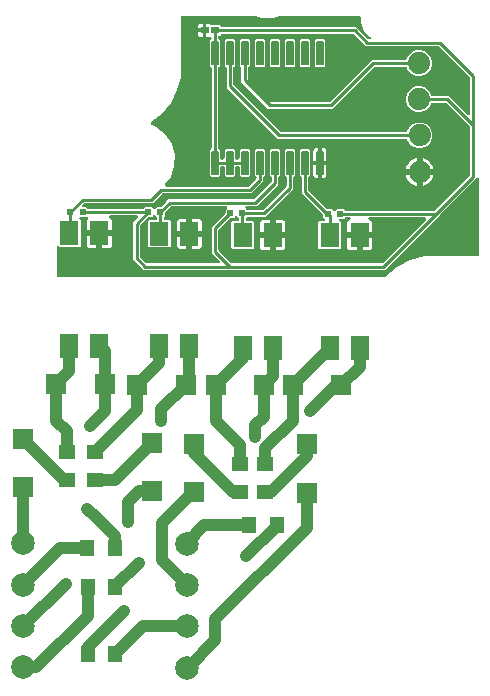
<source format=gbr>
G04 EAGLE Gerber RS-274X export*
G75*
%MOMM*%
%FSLAX34Y34*%
%LPD*%
%INTop Copper*%
%IPPOS*%
%AMOC8*
5,1,8,0,0,1.08239X$1,22.5*%
G01*
%ADD10R,1.770000X1.800000*%
%ADD11R,1.800000X1.770000*%
%ADD12C,1.997100*%
%ADD13R,1.600000X2.000000*%
%ADD14C,0.150000*%
%ADD15R,0.650000X0.620000*%
%ADD16R,0.475000X0.500000*%
%ADD17R,1.400000X1.150000*%
%ADD18R,1.150000X1.400000*%
%ADD19C,1.879600*%
%ADD20C,0.706400*%
%ADD21C,1.000000*%
%ADD22C,0.254000*%

G36*
X420415Y369807D02*
X420415Y369807D01*
X420514Y369810D01*
X420572Y369827D01*
X420632Y369835D01*
X420724Y369871D01*
X420819Y369899D01*
X420872Y369929D01*
X420928Y369952D01*
X421008Y370010D01*
X421093Y370060D01*
X421169Y370126D01*
X421185Y370138D01*
X421193Y370148D01*
X421214Y370166D01*
X457586Y406539D01*
X457671Y406648D01*
X457760Y406755D01*
X457769Y406774D01*
X457781Y406790D01*
X457837Y406918D01*
X457896Y407043D01*
X457899Y407063D01*
X457907Y407082D01*
X457929Y407220D01*
X457955Y407356D01*
X457954Y407376D01*
X457957Y407396D01*
X457944Y407535D01*
X457936Y407673D01*
X457929Y407692D01*
X457928Y407712D01*
X457880Y407844D01*
X457838Y407975D01*
X457827Y407993D01*
X457820Y408012D01*
X457742Y408127D01*
X457667Y408244D01*
X457653Y408258D01*
X457641Y408275D01*
X457537Y408367D01*
X457436Y408462D01*
X457418Y408472D01*
X457403Y408485D01*
X457279Y408548D01*
X457157Y408616D01*
X457138Y408621D01*
X457120Y408630D01*
X456984Y408660D01*
X456849Y408695D01*
X456821Y408697D01*
X456809Y408700D01*
X456789Y408699D01*
X456689Y408705D01*
X410478Y408705D01*
X410327Y408686D01*
X410175Y408669D01*
X410169Y408666D01*
X410162Y408665D01*
X410021Y408610D01*
X409878Y408555D01*
X409873Y408551D01*
X409866Y408548D01*
X409744Y408459D01*
X409619Y408371D01*
X409614Y408365D01*
X409609Y408362D01*
X409512Y408245D01*
X409413Y408128D01*
X409411Y408122D01*
X409406Y408117D01*
X409341Y407979D01*
X409275Y407842D01*
X409274Y407835D01*
X409271Y407829D01*
X409242Y407680D01*
X409212Y407530D01*
X409212Y407523D01*
X409211Y407517D01*
X409220Y407365D01*
X409228Y407212D01*
X409230Y407206D01*
X409231Y407199D01*
X409278Y407054D01*
X409323Y406909D01*
X409327Y406903D01*
X409329Y406897D01*
X409411Y406767D01*
X409490Y406638D01*
X409495Y406634D01*
X409499Y406628D01*
X409611Y406523D01*
X409720Y406418D01*
X409726Y406415D01*
X409730Y406410D01*
X409864Y406337D01*
X409997Y406261D01*
X410005Y406259D01*
X410009Y406256D01*
X410019Y406254D01*
X410149Y406210D01*
X410681Y406068D01*
X411260Y405733D01*
X411733Y405260D01*
X412068Y404681D01*
X412241Y404034D01*
X412241Y396239D01*
X402970Y396239D01*
X402852Y396224D01*
X402733Y396217D01*
X402695Y396204D01*
X402655Y396199D01*
X402544Y396155D01*
X402431Y396119D01*
X402396Y396097D01*
X402359Y396082D01*
X402263Y396012D01*
X402162Y395949D01*
X402134Y395919D01*
X402102Y395895D01*
X402026Y395804D01*
X401944Y395717D01*
X401925Y395682D01*
X401899Y395650D01*
X401848Y395543D01*
X401791Y395439D01*
X401780Y395399D01*
X401763Y395363D01*
X401741Y395246D01*
X401711Y395131D01*
X401707Y395070D01*
X401703Y395050D01*
X401705Y395030D01*
X401701Y394970D01*
X401701Y393699D01*
X401699Y393699D01*
X401699Y394970D01*
X401684Y395088D01*
X401677Y395207D01*
X401664Y395245D01*
X401659Y395285D01*
X401615Y395396D01*
X401579Y395509D01*
X401557Y395544D01*
X401542Y395581D01*
X401472Y395677D01*
X401409Y395778D01*
X401379Y395806D01*
X401355Y395838D01*
X401264Y395914D01*
X401177Y395996D01*
X401142Y396015D01*
X401110Y396041D01*
X401003Y396092D01*
X400899Y396149D01*
X400859Y396160D01*
X400823Y396177D01*
X400706Y396199D01*
X400591Y396229D01*
X400530Y396233D01*
X400510Y396237D01*
X400490Y396235D01*
X400430Y396239D01*
X391159Y396239D01*
X391159Y404034D01*
X391332Y404681D01*
X391667Y405260D01*
X392140Y405733D01*
X392719Y406068D01*
X393251Y406210D01*
X393393Y406268D01*
X393534Y406324D01*
X393539Y406328D01*
X393545Y406330D01*
X393667Y406421D01*
X393791Y406510D01*
X393795Y406516D01*
X393801Y406520D01*
X393896Y406637D01*
X393994Y406755D01*
X393997Y406762D01*
X394001Y406767D01*
X394065Y406906D01*
X394129Y407043D01*
X394131Y407050D01*
X394133Y407056D01*
X394161Y407207D01*
X394189Y407356D01*
X394189Y407362D01*
X394190Y407369D01*
X394179Y407521D01*
X394169Y407673D01*
X394167Y407679D01*
X394167Y407686D01*
X394118Y407832D01*
X394071Y407975D01*
X394068Y407981D01*
X394066Y407988D01*
X393982Y408116D01*
X393901Y408244D01*
X393896Y408249D01*
X393893Y408254D01*
X393781Y408358D01*
X393670Y408462D01*
X393664Y408465D01*
X393659Y408470D01*
X393523Y408543D01*
X393391Y408616D01*
X393385Y408617D01*
X393379Y408620D01*
X393230Y408657D01*
X393083Y408695D01*
X393074Y408696D01*
X393070Y408697D01*
X393059Y408697D01*
X392922Y408705D01*
X390002Y408705D01*
X389904Y408693D01*
X389805Y408690D01*
X389747Y408673D01*
X389687Y408665D01*
X389595Y408629D01*
X389500Y408601D01*
X389447Y408571D01*
X389391Y408548D01*
X389311Y408490D01*
X389226Y408440D01*
X389150Y408374D01*
X389134Y408362D01*
X389126Y408352D01*
X389105Y408334D01*
X388247Y407475D01*
X385745Y407475D01*
X385607Y407458D01*
X385469Y407445D01*
X385450Y407438D01*
X385430Y407435D01*
X385301Y407384D01*
X385170Y407337D01*
X385153Y407326D01*
X385134Y407318D01*
X385022Y407237D01*
X384906Y407159D01*
X384893Y407143D01*
X384877Y407132D01*
X384788Y407024D01*
X384696Y406920D01*
X384687Y406902D01*
X384674Y406887D01*
X384615Y406761D01*
X384551Y406637D01*
X384547Y406617D01*
X384538Y406599D01*
X384512Y406462D01*
X384482Y406327D01*
X384482Y406306D01*
X384479Y406287D01*
X384487Y406148D01*
X384491Y406009D01*
X384497Y405989D01*
X384498Y405969D01*
X384541Y405837D01*
X384580Y405703D01*
X384590Y405686D01*
X384596Y405667D01*
X384671Y405549D01*
X384741Y405429D01*
X384760Y405408D01*
X384767Y405398D01*
X384782Y405384D01*
X384848Y405309D01*
X385825Y404332D01*
X385825Y383068D01*
X384932Y382175D01*
X367668Y382175D01*
X366775Y383068D01*
X366775Y404332D01*
X367668Y405225D01*
X371180Y405225D01*
X371318Y405242D01*
X371456Y405255D01*
X371475Y405262D01*
X371495Y405265D01*
X371624Y405316D01*
X371755Y405363D01*
X371772Y405374D01*
X371791Y405382D01*
X371903Y405463D01*
X372019Y405541D01*
X372032Y405557D01*
X372048Y405568D01*
X372137Y405676D01*
X372229Y405780D01*
X372238Y405798D01*
X372251Y405813D01*
X372310Y405939D01*
X372374Y406063D01*
X372378Y406083D01*
X372387Y406101D01*
X372413Y406238D01*
X372443Y406373D01*
X372443Y406394D01*
X372446Y406413D01*
X372438Y406552D01*
X372434Y406691D01*
X372428Y406711D01*
X372427Y406731D01*
X372384Y406863D01*
X372345Y406997D01*
X372335Y407014D01*
X372329Y407033D01*
X372254Y407151D01*
X372184Y407271D01*
X372165Y407292D01*
X372158Y407302D01*
X372143Y407316D01*
X372077Y407391D01*
X371100Y408368D01*
X371100Y409922D01*
X371088Y410020D01*
X371085Y410118D01*
X371068Y410177D01*
X371060Y410237D01*
X371024Y410329D01*
X370997Y410424D01*
X370966Y410476D01*
X370943Y410533D01*
X370885Y410613D01*
X370835Y410698D01*
X370769Y410774D01*
X370757Y410790D01*
X370747Y410798D01*
X370729Y410819D01*
X370685Y410863D01*
X370634Y410902D01*
X370590Y410948D01*
X370460Y411042D01*
X369869Y411411D01*
X369833Y411510D01*
X369801Y411620D01*
X369778Y411659D01*
X369762Y411701D01*
X369698Y411795D01*
X369639Y411894D01*
X369594Y411945D01*
X369582Y411963D01*
X369568Y411975D01*
X369533Y412015D01*
X352655Y428892D01*
X352655Y442052D01*
X352643Y442150D01*
X352640Y442249D01*
X352623Y442307D01*
X352615Y442368D01*
X352579Y442460D01*
X352551Y442555D01*
X352521Y442607D01*
X352498Y442663D01*
X352440Y442743D01*
X352390Y442829D01*
X352324Y442904D01*
X352312Y442921D01*
X352302Y442928D01*
X352284Y442950D01*
X350925Y444308D01*
X350925Y465292D01*
X352258Y466625D01*
X358642Y466625D01*
X359975Y465292D01*
X359975Y444308D01*
X358616Y442950D01*
X358556Y442871D01*
X358488Y442799D01*
X358459Y442746D01*
X358422Y442698D01*
X358382Y442607D01*
X358334Y442521D01*
X358319Y442462D01*
X358295Y442406D01*
X358280Y442308D01*
X358255Y442213D01*
X358249Y442113D01*
X358245Y442092D01*
X358247Y442080D01*
X358245Y442052D01*
X358245Y431733D01*
X358257Y431635D01*
X358260Y431536D01*
X358277Y431478D01*
X358285Y431418D01*
X358321Y431326D01*
X358349Y431231D01*
X358379Y431178D01*
X358402Y431122D01*
X358460Y431042D01*
X358510Y430957D01*
X358576Y430881D01*
X358588Y430865D01*
X358598Y430857D01*
X358616Y430836D01*
X373556Y415896D01*
X373634Y415836D01*
X373706Y415768D01*
X373759Y415739D01*
X373807Y415702D01*
X373898Y415662D01*
X373985Y415614D01*
X374043Y415599D01*
X374099Y415575D01*
X374197Y415560D01*
X374293Y415535D01*
X374393Y415529D01*
X374413Y415525D01*
X374425Y415527D01*
X374453Y415525D01*
X378007Y415525D01*
X379223Y414309D01*
X379317Y414236D01*
X379406Y414157D01*
X379442Y414139D01*
X379474Y414114D01*
X379583Y414066D01*
X379689Y414012D01*
X379728Y414004D01*
X379766Y413988D01*
X379883Y413969D01*
X379999Y413943D01*
X380040Y413944D01*
X380080Y413938D01*
X380198Y413949D01*
X380317Y413952D01*
X380356Y413964D01*
X380396Y413967D01*
X380508Y414008D01*
X380623Y414041D01*
X380658Y414061D01*
X380696Y414075D01*
X380794Y414142D01*
X380897Y414202D01*
X380942Y414242D01*
X380959Y414254D01*
X380972Y414269D01*
X381018Y414309D01*
X382233Y415525D01*
X388247Y415525D01*
X389105Y414666D01*
X389183Y414606D01*
X389255Y414538D01*
X389308Y414509D01*
X389356Y414472D01*
X389447Y414432D01*
X389534Y414384D01*
X389592Y414369D01*
X389648Y414345D01*
X389746Y414330D01*
X389842Y414305D01*
X389942Y414299D01*
X389962Y414295D01*
X389974Y414297D01*
X390002Y414295D01*
X464817Y414295D01*
X464915Y414307D01*
X465014Y414310D01*
X465072Y414327D01*
X465132Y414335D01*
X465224Y414371D01*
X465319Y414399D01*
X465372Y414429D01*
X465428Y414452D01*
X465508Y414510D01*
X465593Y414560D01*
X465669Y414626D01*
X465685Y414638D01*
X465693Y414648D01*
X465714Y414666D01*
X494834Y443786D01*
X494894Y443864D01*
X494962Y443936D01*
X494991Y443989D01*
X495028Y444037D01*
X495068Y444128D01*
X495116Y444215D01*
X495131Y444273D01*
X495155Y444329D01*
X495170Y444427D01*
X495195Y444523D01*
X495201Y444623D01*
X495205Y444643D01*
X495203Y444655D01*
X495205Y444683D01*
X495205Y484817D01*
X495193Y484915D01*
X495190Y485014D01*
X495173Y485072D01*
X495165Y485132D01*
X495129Y485224D01*
X495101Y485319D01*
X495071Y485372D01*
X495048Y485428D01*
X494990Y485508D01*
X494940Y485593D01*
X494874Y485669D01*
X494862Y485685D01*
X494852Y485693D01*
X494834Y485714D01*
X475214Y505334D01*
X475136Y505394D01*
X475064Y505462D01*
X475011Y505491D01*
X474963Y505528D01*
X474872Y505568D01*
X474785Y505616D01*
X474727Y505631D01*
X474671Y505655D01*
X474573Y505670D01*
X474477Y505695D01*
X474377Y505701D01*
X474357Y505705D01*
X474345Y505703D01*
X474317Y505705D01*
X463513Y505705D01*
X463484Y505702D01*
X463454Y505704D01*
X463326Y505682D01*
X463198Y505665D01*
X463170Y505655D01*
X463141Y505650D01*
X463023Y505596D01*
X462902Y505548D01*
X462878Y505531D01*
X462851Y505519D01*
X462750Y505438D01*
X462645Y505362D01*
X462626Y505339D01*
X462603Y505320D01*
X462525Y505217D01*
X462442Y505117D01*
X462429Y505090D01*
X462411Y505066D01*
X462341Y504922D01*
X461260Y502313D01*
X458187Y499240D01*
X454173Y497577D01*
X449827Y497577D01*
X445813Y499240D01*
X442740Y502313D01*
X441077Y506327D01*
X441077Y510673D01*
X442740Y514687D01*
X445813Y517760D01*
X449827Y519423D01*
X454173Y519423D01*
X458187Y517760D01*
X461260Y514687D01*
X462341Y512078D01*
X462355Y512053D01*
X462364Y512025D01*
X462434Y511915D01*
X462498Y511802D01*
X462519Y511781D01*
X462534Y511756D01*
X462629Y511667D01*
X462719Y511574D01*
X462745Y511558D01*
X462766Y511538D01*
X462880Y511475D01*
X462990Y511407D01*
X463019Y511399D01*
X463045Y511384D01*
X463170Y511352D01*
X463294Y511314D01*
X463324Y511312D01*
X463352Y511305D01*
X463513Y511295D01*
X477158Y511295D01*
X493039Y495414D01*
X493148Y495329D01*
X493255Y495240D01*
X493274Y495231D01*
X493290Y495219D01*
X493418Y495163D01*
X493543Y495104D01*
X493563Y495101D01*
X493582Y495093D01*
X493720Y495071D01*
X493856Y495045D01*
X493876Y495046D01*
X493896Y495043D01*
X494035Y495056D01*
X494173Y495064D01*
X494192Y495071D01*
X494212Y495072D01*
X494344Y495120D01*
X494475Y495162D01*
X494493Y495173D01*
X494512Y495180D01*
X494627Y495258D01*
X494744Y495333D01*
X494758Y495347D01*
X494775Y495359D01*
X494867Y495463D01*
X494962Y495564D01*
X494972Y495582D01*
X494985Y495597D01*
X495049Y495721D01*
X495116Y495843D01*
X495121Y495862D01*
X495130Y495880D01*
X495160Y496016D01*
X495195Y496151D01*
X495197Y496179D01*
X495200Y496191D01*
X495199Y496211D01*
X495205Y496311D01*
X495205Y526817D01*
X495193Y526915D01*
X495190Y527014D01*
X495173Y527072D01*
X495165Y527132D01*
X495129Y527224D01*
X495101Y527319D01*
X495071Y527372D01*
X495048Y527428D01*
X494990Y527508D01*
X494940Y527593D01*
X494874Y527669D01*
X494862Y527685D01*
X494852Y527693D01*
X494834Y527714D01*
X469149Y553399D01*
X469071Y553459D01*
X468999Y553527D01*
X468946Y553556D01*
X468898Y553593D01*
X468807Y553633D01*
X468720Y553681D01*
X468662Y553696D01*
X468606Y553720D01*
X468508Y553735D01*
X468412Y553760D01*
X468312Y553766D01*
X468292Y553770D01*
X468280Y553768D01*
X468252Y553770D01*
X407103Y553770D01*
X397040Y563834D01*
X396961Y563894D01*
X396889Y563962D01*
X396836Y563991D01*
X396788Y564028D01*
X396697Y564068D01*
X396611Y564116D01*
X396552Y564131D01*
X396497Y564155D01*
X396399Y564170D01*
X396303Y564195D01*
X396203Y564201D01*
X396182Y564205D01*
X396170Y564203D01*
X396142Y564205D01*
X285344Y564205D01*
X285226Y564190D01*
X285107Y564183D01*
X285069Y564170D01*
X285028Y564165D01*
X284918Y564122D01*
X284805Y564085D01*
X284770Y564063D01*
X284733Y564048D01*
X284637Y563979D01*
X284536Y563915D01*
X284508Y563885D01*
X284475Y563862D01*
X284399Y563770D01*
X284318Y563683D01*
X284298Y563648D01*
X284273Y563617D01*
X284222Y563509D01*
X284164Y563405D01*
X284154Y563365D01*
X284139Y563332D01*
X283161Y562355D01*
X283127Y562353D01*
X283089Y562340D01*
X283048Y562335D01*
X282938Y562292D01*
X282825Y562255D01*
X282790Y562233D01*
X282753Y562218D01*
X282657Y562149D01*
X282556Y562085D01*
X282528Y562055D01*
X282495Y562032D01*
X282419Y561940D01*
X282338Y561853D01*
X282318Y561818D01*
X282293Y561787D01*
X282242Y561679D01*
X282184Y561575D01*
X282174Y561535D01*
X282157Y561499D01*
X282135Y561382D01*
X282105Y561267D01*
X282101Y561207D01*
X282097Y561187D01*
X282099Y561166D01*
X282095Y561106D01*
X282095Y560298D01*
X282107Y560200D01*
X282110Y560101D01*
X282127Y560043D01*
X282135Y559982D01*
X282171Y559890D01*
X282199Y559795D01*
X282229Y559743D01*
X282252Y559687D01*
X282310Y559607D01*
X282360Y559521D01*
X282426Y559446D01*
X282438Y559429D01*
X282448Y559422D01*
X282466Y559400D01*
X283775Y558092D01*
X283775Y537108D01*
X282416Y535750D01*
X282356Y535671D01*
X282288Y535599D01*
X282259Y535546D01*
X282222Y535498D01*
X282182Y535407D01*
X282134Y535321D01*
X282119Y535262D01*
X282095Y535206D01*
X282080Y535108D01*
X282055Y535013D01*
X282049Y534913D01*
X282045Y534892D01*
X282047Y534880D01*
X282045Y534852D01*
X282045Y467548D01*
X282057Y467450D01*
X282060Y467351D01*
X282077Y467293D01*
X282085Y467232D01*
X282121Y467140D01*
X282149Y467045D01*
X282179Y466993D01*
X282202Y466937D01*
X282260Y466857D01*
X282310Y466771D01*
X282376Y466696D01*
X282388Y466679D01*
X282398Y466672D01*
X282416Y466650D01*
X283775Y465292D01*
X283775Y458864D01*
X283790Y458746D01*
X283797Y458627D01*
X283810Y458589D01*
X283815Y458548D01*
X283858Y458438D01*
X283895Y458325D01*
X283917Y458290D01*
X283932Y458253D01*
X284001Y458157D01*
X284065Y458056D01*
X284095Y458028D01*
X284118Y457995D01*
X284210Y457919D01*
X284297Y457838D01*
X284332Y457818D01*
X284363Y457793D01*
X284471Y457742D01*
X284575Y457684D01*
X284615Y457674D01*
X284651Y457657D01*
X284768Y457635D01*
X284883Y457605D01*
X284943Y457601D01*
X284963Y457597D01*
X284984Y457599D01*
X285044Y457595D01*
X286156Y457595D01*
X286274Y457610D01*
X286393Y457617D01*
X286431Y457630D01*
X286472Y457635D01*
X286582Y457678D01*
X286695Y457715D01*
X286730Y457737D01*
X286767Y457752D01*
X286863Y457821D01*
X286964Y457885D01*
X286992Y457915D01*
X287025Y457938D01*
X287101Y458030D01*
X287182Y458117D01*
X287202Y458152D01*
X287227Y458183D01*
X287278Y458291D01*
X287336Y458395D01*
X287346Y458435D01*
X287363Y458471D01*
X287385Y458588D01*
X287415Y458703D01*
X287419Y458763D01*
X287423Y458783D01*
X287421Y458804D01*
X287425Y458864D01*
X287425Y465292D01*
X288758Y466625D01*
X295142Y466625D01*
X296475Y465292D01*
X296475Y458864D01*
X296490Y458746D01*
X296497Y458627D01*
X296510Y458589D01*
X296515Y458548D01*
X296558Y458438D01*
X296595Y458325D01*
X296617Y458290D01*
X296632Y458253D01*
X296701Y458157D01*
X296765Y458056D01*
X296795Y458028D01*
X296818Y457995D01*
X296910Y457919D01*
X296997Y457838D01*
X297032Y457818D01*
X297063Y457793D01*
X297171Y457742D01*
X297275Y457684D01*
X297315Y457674D01*
X297351Y457657D01*
X297468Y457635D01*
X297583Y457605D01*
X297643Y457601D01*
X297663Y457597D01*
X297684Y457599D01*
X297744Y457595D01*
X298856Y457595D01*
X298974Y457610D01*
X299093Y457617D01*
X299131Y457630D01*
X299172Y457635D01*
X299282Y457678D01*
X299395Y457715D01*
X299430Y457737D01*
X299467Y457752D01*
X299563Y457821D01*
X299664Y457885D01*
X299692Y457915D01*
X299725Y457938D01*
X299801Y458030D01*
X299882Y458117D01*
X299902Y458152D01*
X299927Y458183D01*
X299978Y458291D01*
X300036Y458395D01*
X300046Y458435D01*
X300063Y458471D01*
X300085Y458588D01*
X300115Y458703D01*
X300119Y458763D01*
X300123Y458783D01*
X300121Y458804D01*
X300125Y458864D01*
X300125Y465292D01*
X301458Y466625D01*
X307842Y466625D01*
X309175Y465292D01*
X309175Y444308D01*
X307842Y442975D01*
X301458Y442975D01*
X300125Y444308D01*
X300125Y450736D01*
X300110Y450854D01*
X300103Y450973D01*
X300090Y451011D01*
X300085Y451052D01*
X300042Y451162D01*
X300005Y451275D01*
X299983Y451310D01*
X299968Y451347D01*
X299899Y451443D01*
X299835Y451544D01*
X299805Y451572D01*
X299782Y451605D01*
X299690Y451681D01*
X299603Y451762D01*
X299568Y451782D01*
X299537Y451807D01*
X299429Y451858D01*
X299325Y451916D01*
X299285Y451926D01*
X299249Y451943D01*
X299132Y451965D01*
X299017Y451995D01*
X298957Y451999D01*
X298937Y452003D01*
X298916Y452001D01*
X298856Y452005D01*
X297744Y452005D01*
X297626Y451990D01*
X297507Y451983D01*
X297469Y451970D01*
X297428Y451965D01*
X297318Y451922D01*
X297205Y451885D01*
X297170Y451863D01*
X297133Y451848D01*
X297037Y451779D01*
X296936Y451715D01*
X296908Y451685D01*
X296875Y451662D01*
X296799Y451570D01*
X296718Y451483D01*
X296698Y451448D01*
X296673Y451417D01*
X296622Y451309D01*
X296564Y451205D01*
X296554Y451165D01*
X296537Y451129D01*
X296515Y451012D01*
X296485Y450897D01*
X296481Y450837D01*
X296477Y450817D01*
X296479Y450796D01*
X296475Y450736D01*
X296475Y444308D01*
X295142Y442975D01*
X288758Y442975D01*
X287425Y444308D01*
X287425Y450736D01*
X287410Y450854D01*
X287403Y450973D01*
X287390Y451011D01*
X287385Y451052D01*
X287342Y451162D01*
X287305Y451275D01*
X287283Y451310D01*
X287268Y451347D01*
X287199Y451443D01*
X287135Y451544D01*
X287105Y451572D01*
X287082Y451605D01*
X286990Y451681D01*
X286903Y451762D01*
X286868Y451782D01*
X286837Y451807D01*
X286729Y451858D01*
X286625Y451916D01*
X286585Y451926D01*
X286549Y451943D01*
X286432Y451965D01*
X286317Y451995D01*
X286257Y451999D01*
X286237Y452003D01*
X286216Y452001D01*
X286156Y452005D01*
X285044Y452005D01*
X284926Y451990D01*
X284807Y451983D01*
X284769Y451970D01*
X284728Y451965D01*
X284618Y451922D01*
X284505Y451885D01*
X284470Y451863D01*
X284433Y451848D01*
X284337Y451779D01*
X284236Y451715D01*
X284208Y451685D01*
X284175Y451662D01*
X284099Y451570D01*
X284018Y451483D01*
X283998Y451448D01*
X283973Y451417D01*
X283922Y451309D01*
X283864Y451205D01*
X283854Y451165D01*
X283837Y451129D01*
X283815Y451012D01*
X283785Y450897D01*
X283781Y450837D01*
X283777Y450817D01*
X283779Y450796D01*
X283775Y450736D01*
X283775Y444308D01*
X282442Y442975D01*
X276058Y442975D01*
X274725Y444308D01*
X274725Y465292D01*
X276084Y466650D01*
X276144Y466729D01*
X276212Y466801D01*
X276241Y466854D01*
X276278Y466902D01*
X276318Y466993D01*
X276366Y467079D01*
X276381Y467138D01*
X276405Y467194D01*
X276420Y467292D01*
X276445Y467387D01*
X276451Y467487D01*
X276455Y467508D01*
X276453Y467520D01*
X276455Y467548D01*
X276455Y534852D01*
X276443Y534950D01*
X276440Y535049D01*
X276423Y535108D01*
X276415Y535168D01*
X276379Y535260D01*
X276351Y535355D01*
X276321Y535407D01*
X276298Y535463D01*
X276240Y535543D01*
X276190Y535629D01*
X276124Y535704D01*
X276112Y535721D01*
X276102Y535728D01*
X276084Y535750D01*
X274725Y537108D01*
X274725Y558092D01*
X276073Y559440D01*
X276163Y559556D01*
X276254Y559669D01*
X276260Y559681D01*
X276268Y559691D01*
X276326Y559826D01*
X276387Y559958D01*
X276389Y559971D01*
X276394Y559983D01*
X276417Y560128D01*
X276443Y560271D01*
X276442Y560284D01*
X276444Y560297D01*
X276431Y560444D01*
X276420Y560588D01*
X276416Y560601D01*
X276415Y560614D01*
X276365Y560751D01*
X276319Y560889D01*
X276311Y560901D01*
X276307Y560913D01*
X276225Y561034D01*
X276146Y561156D01*
X276136Y561165D01*
X276128Y561176D01*
X276019Y561273D01*
X275912Y561372D01*
X275900Y561378D01*
X275890Y561387D01*
X275760Y561453D01*
X275632Y561522D01*
X275619Y561525D01*
X275607Y561532D01*
X275465Y561563D01*
X275323Y561598D01*
X275309Y561598D01*
X275296Y561601D01*
X275151Y561597D01*
X275005Y561595D01*
X274987Y561592D01*
X274978Y561592D01*
X274962Y561587D01*
X274847Y561564D01*
X274084Y561359D01*
X272049Y561359D01*
X272049Y566720D01*
X272034Y566838D01*
X272027Y566957D01*
X272014Y566995D01*
X272012Y567015D01*
X272039Y567120D01*
X272043Y567180D01*
X272047Y567200D01*
X272045Y567220D01*
X272049Y567280D01*
X272049Y572641D01*
X274084Y572641D01*
X274731Y572468D01*
X275310Y572133D01*
X275447Y571996D01*
X275525Y571936D01*
X275597Y571868D01*
X275650Y571839D01*
X275698Y571802D01*
X275789Y571762D01*
X275876Y571714D01*
X275934Y571699D01*
X275990Y571675D01*
X276088Y571660D01*
X276183Y571635D01*
X276283Y571629D01*
X276304Y571625D01*
X276316Y571627D01*
X276344Y571625D01*
X283182Y571625D01*
X284152Y570655D01*
X284158Y570638D01*
X284195Y570525D01*
X284217Y570490D01*
X284232Y570453D01*
X284301Y570357D01*
X284365Y570256D01*
X284395Y570228D01*
X284418Y570195D01*
X284510Y570119D01*
X284597Y570038D01*
X284632Y570018D01*
X284663Y569993D01*
X284771Y569942D01*
X284875Y569884D01*
X284915Y569874D01*
X284951Y569857D01*
X285068Y569835D01*
X285183Y569805D01*
X285243Y569801D01*
X285263Y569797D01*
X285284Y569799D01*
X285344Y569795D01*
X398983Y569795D01*
X409046Y559731D01*
X409125Y559671D01*
X409197Y559603D01*
X409250Y559574D01*
X409298Y559537D01*
X409389Y559497D01*
X409475Y559449D01*
X409534Y559434D01*
X409590Y559410D01*
X409688Y559395D01*
X409783Y559370D01*
X409883Y559364D01*
X409904Y559360D01*
X409916Y559362D01*
X409944Y559360D01*
X410057Y559360D01*
X410195Y559377D01*
X410334Y559390D01*
X410353Y559397D01*
X410373Y559400D01*
X410502Y559451D01*
X410633Y559498D01*
X410650Y559509D01*
X410669Y559517D01*
X410781Y559598D01*
X410896Y559676D01*
X410910Y559692D01*
X410926Y559703D01*
X411015Y559811D01*
X411107Y559915D01*
X411116Y559933D01*
X411129Y559948D01*
X411188Y560074D01*
X411251Y560198D01*
X411256Y560218D01*
X411264Y560236D01*
X411290Y560372D01*
X411321Y560508D01*
X411320Y560529D01*
X411324Y560548D01*
X411315Y560687D01*
X411311Y560826D01*
X411306Y560846D01*
X411304Y560866D01*
X411262Y560998D01*
X411223Y561132D01*
X411213Y561149D01*
X411206Y561168D01*
X411132Y561286D01*
X411061Y561406D01*
X411043Y561427D01*
X411036Y561437D01*
X411021Y561451D01*
X410955Y561526D01*
X405904Y566577D01*
X402834Y573989D01*
X402834Y577705D01*
X402819Y577823D01*
X402812Y577942D01*
X402799Y577981D01*
X402794Y578021D01*
X402751Y578132D01*
X402714Y578245D01*
X402692Y578279D01*
X402677Y578316D01*
X402608Y578413D01*
X402544Y578513D01*
X402514Y578541D01*
X402491Y578574D01*
X402399Y578650D01*
X402312Y578731D01*
X402277Y578751D01*
X402246Y578777D01*
X402138Y578827D01*
X402034Y578885D01*
X401994Y578895D01*
X401958Y578912D01*
X401841Y578935D01*
X401726Y578964D01*
X401666Y578968D01*
X401646Y578972D01*
X401625Y578971D01*
X401565Y578975D01*
X334027Y578975D01*
X333887Y578957D01*
X333747Y578943D01*
X333722Y578936D01*
X333711Y578935D01*
X333693Y578927D01*
X333593Y578898D01*
X329235Y577312D01*
X318765Y577312D01*
X314407Y578898D01*
X314270Y578929D01*
X314134Y578964D01*
X314108Y578966D01*
X314097Y578968D01*
X314077Y578968D01*
X313973Y578975D01*
X251435Y578975D01*
X251317Y578960D01*
X251198Y578952D01*
X251160Y578940D01*
X251119Y578935D01*
X251009Y578891D01*
X250896Y578854D01*
X250861Y578833D01*
X250824Y578818D01*
X250728Y578748D01*
X250627Y578684D01*
X250599Y578655D01*
X250566Y578631D01*
X250490Y578539D01*
X250409Y578452D01*
X250389Y578417D01*
X250364Y578386D01*
X250313Y578278D01*
X250255Y578174D01*
X250245Y578135D01*
X250228Y578098D01*
X250206Y577981D01*
X250176Y577866D01*
X250172Y577806D01*
X250168Y577786D01*
X250170Y577765D01*
X250166Y577705D01*
X250166Y572458D01*
X250167Y572448D01*
X250166Y572439D01*
X250187Y572290D01*
X250206Y572142D01*
X250209Y572133D01*
X250210Y572124D01*
X250259Y571983D01*
X250258Y569971D01*
X250258Y567698D01*
X250257Y567684D01*
X250244Y532757D01*
X250242Y527798D01*
X247449Y516100D01*
X242020Y505368D01*
X234252Y496188D01*
X225745Y489926D01*
X225719Y489902D01*
X225689Y489883D01*
X225604Y489793D01*
X225514Y489707D01*
X225495Y489677D01*
X225471Y489652D01*
X225411Y489543D01*
X225345Y489438D01*
X225335Y489404D01*
X225318Y489373D01*
X225286Y489253D01*
X225249Y489135D01*
X225247Y489099D01*
X225238Y489065D01*
X225228Y488905D01*
X225227Y487636D01*
X225234Y487585D01*
X225231Y487535D01*
X225253Y487428D01*
X225267Y487320D01*
X225286Y487273D01*
X225296Y487223D01*
X225344Y487126D01*
X225384Y487025D01*
X225414Y486984D01*
X225436Y486938D01*
X225507Y486855D01*
X225571Y486767D01*
X225610Y486735D01*
X225643Y486696D01*
X225732Y486634D01*
X225816Y486564D01*
X225861Y486543D01*
X225903Y486513D01*
X226050Y486447D01*
X229596Y485115D01*
X237261Y479029D01*
X242693Y470887D01*
X245367Y461472D01*
X245028Y451691D01*
X241707Y442484D01*
X237192Y436640D01*
X237163Y436590D01*
X237125Y436545D01*
X237082Y436453D01*
X237031Y436366D01*
X237015Y436310D01*
X236990Y436257D01*
X236971Y436158D01*
X236943Y436060D01*
X236941Y436002D01*
X236930Y435944D01*
X236936Y435843D01*
X236933Y435742D01*
X236946Y435685D01*
X236950Y435627D01*
X236981Y435531D01*
X237003Y435432D01*
X237030Y435380D01*
X237048Y435325D01*
X237102Y435239D01*
X237148Y435149D01*
X237187Y435105D01*
X237218Y435056D01*
X237292Y434986D01*
X237359Y434911D01*
X237407Y434878D01*
X237450Y434838D01*
X237538Y434789D01*
X237622Y434732D01*
X237677Y434713D01*
X237728Y434684D01*
X237826Y434659D01*
X237921Y434625D01*
X237979Y434620D01*
X238036Y434605D01*
X238197Y434595D01*
X307167Y434595D01*
X307265Y434607D01*
X307364Y434610D01*
X307422Y434627D01*
X307482Y434635D01*
X307574Y434671D01*
X307669Y434699D01*
X307722Y434729D01*
X307778Y434752D01*
X307858Y434810D01*
X307943Y434860D01*
X308019Y434926D01*
X308035Y434938D01*
X308043Y434948D01*
X308064Y434966D01*
X314184Y441086D01*
X314244Y441164D01*
X314312Y441236D01*
X314341Y441289D01*
X314378Y441337D01*
X314418Y441428D01*
X314466Y441515D01*
X314481Y441573D01*
X314505Y441629D01*
X314520Y441727D01*
X314545Y441823D01*
X314551Y441910D01*
X314553Y441921D01*
X314552Y441928D01*
X314555Y441943D01*
X314553Y441955D01*
X314555Y441983D01*
X314555Y442052D01*
X314543Y442150D01*
X314540Y442249D01*
X314523Y442307D01*
X314515Y442368D01*
X314479Y442460D01*
X314451Y442555D01*
X314421Y442607D01*
X314398Y442663D01*
X314340Y442743D01*
X314290Y442829D01*
X314224Y442904D01*
X314212Y442921D01*
X314202Y442928D01*
X314184Y442950D01*
X312825Y444308D01*
X312825Y465292D01*
X314158Y466625D01*
X320542Y466625D01*
X321875Y465292D01*
X321875Y444308D01*
X320516Y442950D01*
X320456Y442871D01*
X320388Y442799D01*
X320359Y442746D01*
X320322Y442698D01*
X320282Y442607D01*
X320234Y442521D01*
X320219Y442462D01*
X320195Y442406D01*
X320180Y442308D01*
X320155Y442213D01*
X320149Y442113D01*
X320145Y442092D01*
X320147Y442080D01*
X320145Y442052D01*
X320145Y439142D01*
X310008Y429005D01*
X235483Y429005D01*
X235385Y428993D01*
X235286Y428990D01*
X235228Y428973D01*
X235168Y428965D01*
X235076Y428929D01*
X234981Y428901D01*
X234928Y428871D01*
X234872Y428848D01*
X234792Y428790D01*
X234707Y428740D01*
X234631Y428674D01*
X234615Y428662D01*
X234607Y428652D01*
X234586Y428634D01*
X226658Y420705D01*
X169183Y420705D01*
X169085Y420693D01*
X168986Y420690D01*
X168928Y420673D01*
X168868Y420665D01*
X168776Y420629D01*
X168681Y420601D01*
X168628Y420571D01*
X168572Y420548D01*
X168492Y420490D01*
X168407Y420440D01*
X168331Y420374D01*
X168315Y420362D01*
X168307Y420352D01*
X168286Y420334D01*
X167144Y419191D01*
X167059Y419082D01*
X166970Y418975D01*
X166961Y418956D01*
X166949Y418940D01*
X166893Y418812D01*
X166834Y418687D01*
X166831Y418667D01*
X166823Y418648D01*
X166801Y418510D01*
X166775Y418374D01*
X166776Y418354D01*
X166773Y418334D01*
X166786Y418195D01*
X166794Y418057D01*
X166801Y418038D01*
X166802Y418018D01*
X166850Y417886D01*
X166892Y417755D01*
X166903Y417737D01*
X166910Y417718D01*
X166988Y417603D01*
X167063Y417486D01*
X167077Y417472D01*
X167089Y417455D01*
X167193Y417363D01*
X167294Y417268D01*
X167312Y417258D01*
X167327Y417245D01*
X167451Y417181D01*
X167573Y417114D01*
X167592Y417109D01*
X167610Y417100D01*
X167746Y417070D01*
X167881Y417035D01*
X167909Y417033D01*
X167921Y417030D01*
X167941Y417031D01*
X168041Y417025D01*
X170247Y417025D01*
X171105Y416166D01*
X171183Y416106D01*
X171255Y416038D01*
X171308Y416009D01*
X171356Y415972D01*
X171447Y415932D01*
X171534Y415884D01*
X171592Y415869D01*
X171648Y415845D01*
X171746Y415830D01*
X171842Y415805D01*
X171942Y415799D01*
X171962Y415795D01*
X171974Y415797D01*
X172002Y415795D01*
X217998Y415795D01*
X218096Y415807D01*
X218195Y415810D01*
X218253Y415827D01*
X218313Y415835D01*
X218405Y415871D01*
X218500Y415899D01*
X218553Y415929D01*
X218609Y415952D01*
X218689Y416010D01*
X218774Y416060D01*
X218850Y416126D01*
X218866Y416138D01*
X218874Y416148D01*
X218895Y416166D01*
X219753Y417025D01*
X225767Y417025D01*
X226982Y415809D01*
X227077Y415736D01*
X227166Y415657D01*
X227202Y415639D01*
X227234Y415614D01*
X227343Y415567D01*
X227449Y415512D01*
X227488Y415504D01*
X227526Y415488D01*
X227643Y415469D01*
X227759Y415443D01*
X227800Y415444D01*
X227840Y415438D01*
X227958Y415449D01*
X228077Y415452D01*
X228116Y415464D01*
X228156Y415467D01*
X228269Y415508D01*
X228383Y415541D01*
X228417Y415561D01*
X228456Y415575D01*
X228554Y415642D01*
X228657Y415702D01*
X228702Y415742D01*
X228719Y415754D01*
X228732Y415769D01*
X228777Y415809D01*
X229993Y417025D01*
X232547Y417025D01*
X232645Y417037D01*
X232744Y417040D01*
X232802Y417057D01*
X232862Y417065D01*
X232954Y417101D01*
X233049Y417129D01*
X233102Y417159D01*
X233158Y417182D01*
X233238Y417240D01*
X233323Y417290D01*
X233399Y417356D01*
X233415Y417368D01*
X233423Y417378D01*
X233444Y417396D01*
X237834Y421786D01*
X239842Y423795D01*
X311817Y423795D01*
X311915Y423807D01*
X312014Y423810D01*
X312072Y423827D01*
X312132Y423835D01*
X312224Y423871D01*
X312319Y423899D01*
X312372Y423929D01*
X312428Y423952D01*
X312508Y424010D01*
X312593Y424060D01*
X312669Y424126D01*
X312685Y424138D01*
X312693Y424148D01*
X312714Y424166D01*
X326884Y438336D01*
X326944Y438414D01*
X327012Y438486D01*
X327041Y438539D01*
X327078Y438587D01*
X327118Y438678D01*
X327166Y438765D01*
X327181Y438823D01*
X327205Y438879D01*
X327220Y438977D01*
X327245Y439073D01*
X327251Y439173D01*
X327255Y439193D01*
X327253Y439205D01*
X327255Y439233D01*
X327255Y442052D01*
X327243Y442150D01*
X327240Y442249D01*
X327223Y442307D01*
X327215Y442368D01*
X327179Y442460D01*
X327151Y442555D01*
X327121Y442607D01*
X327098Y442663D01*
X327040Y442743D01*
X326990Y442829D01*
X326924Y442904D01*
X326912Y442921D01*
X326902Y442928D01*
X326884Y442950D01*
X325525Y444308D01*
X325525Y465292D01*
X326858Y466625D01*
X333242Y466625D01*
X334575Y465292D01*
X334575Y444308D01*
X333216Y442950D01*
X333156Y442871D01*
X333088Y442799D01*
X333059Y442746D01*
X333022Y442698D01*
X332982Y442607D01*
X332934Y442521D01*
X332919Y442462D01*
X332895Y442406D01*
X332880Y442308D01*
X332855Y442213D01*
X332849Y442113D01*
X332845Y442092D01*
X332847Y442080D01*
X332845Y442052D01*
X332845Y436392D01*
X314658Y418205D01*
X306390Y418205D01*
X306252Y418188D01*
X306114Y418175D01*
X306095Y418168D01*
X306075Y418165D01*
X305946Y418114D01*
X305815Y418067D01*
X305798Y418056D01*
X305779Y418048D01*
X305667Y417967D01*
X305551Y417889D01*
X305538Y417873D01*
X305522Y417862D01*
X305433Y417754D01*
X305341Y417650D01*
X305332Y417632D01*
X305319Y417617D01*
X305260Y417491D01*
X305196Y417367D01*
X305192Y417347D01*
X305183Y417329D01*
X305157Y417192D01*
X305127Y417057D01*
X305127Y417036D01*
X305124Y417017D01*
X305132Y416878D01*
X305136Y416739D01*
X305142Y416719D01*
X305143Y416699D01*
X305186Y416567D01*
X305225Y416433D01*
X305235Y416416D01*
X305241Y416397D01*
X305316Y416279D01*
X305386Y416159D01*
X305405Y416138D01*
X305412Y416128D01*
X305426Y416114D01*
X305493Y416039D01*
X306365Y415166D01*
X306443Y415106D01*
X306515Y415038D01*
X306568Y415009D01*
X306616Y414972D01*
X306707Y414932D01*
X306794Y414884D01*
X306852Y414869D01*
X306908Y414845D01*
X307006Y414830D01*
X307102Y414805D01*
X307202Y414799D01*
X307222Y414795D01*
X307234Y414797D01*
X307262Y414795D01*
X319317Y414795D01*
X319415Y414807D01*
X319514Y414810D01*
X319572Y414827D01*
X319632Y414835D01*
X319724Y414871D01*
X319819Y414899D01*
X319872Y414929D01*
X319928Y414952D01*
X320008Y415010D01*
X320093Y415060D01*
X320169Y415126D01*
X320185Y415138D01*
X320193Y415148D01*
X320214Y415166D01*
X339584Y434536D01*
X339644Y434614D01*
X339712Y434686D01*
X339741Y434739D01*
X339778Y434787D01*
X339818Y434878D01*
X339866Y434965D01*
X339881Y435023D01*
X339905Y435079D01*
X339920Y435177D01*
X339945Y435273D01*
X339951Y435373D01*
X339955Y435393D01*
X339953Y435405D01*
X339955Y435433D01*
X339955Y442052D01*
X339943Y442150D01*
X339940Y442249D01*
X339923Y442307D01*
X339915Y442368D01*
X339879Y442460D01*
X339851Y442555D01*
X339821Y442607D01*
X339798Y442663D01*
X339740Y442743D01*
X339690Y442829D01*
X339624Y442904D01*
X339612Y442921D01*
X339602Y442928D01*
X339584Y442950D01*
X338225Y444308D01*
X338225Y465292D01*
X339558Y466625D01*
X345942Y466625D01*
X347275Y465292D01*
X347275Y444308D01*
X345916Y442950D01*
X345856Y442871D01*
X345788Y442799D01*
X345759Y442746D01*
X345722Y442698D01*
X345682Y442607D01*
X345634Y442521D01*
X345619Y442462D01*
X345595Y442406D01*
X345580Y442308D01*
X345555Y442213D01*
X345549Y442113D01*
X345545Y442092D01*
X345547Y442080D01*
X345545Y442052D01*
X345545Y432592D01*
X322158Y409205D01*
X307262Y409205D01*
X307164Y409193D01*
X307065Y409190D01*
X307007Y409173D01*
X306947Y409165D01*
X306855Y409129D01*
X306760Y409101D01*
X306707Y409071D01*
X306651Y409048D01*
X306571Y408990D01*
X306486Y408940D01*
X306410Y408874D01*
X306394Y408862D01*
X306386Y408852D01*
X306365Y408834D01*
X305666Y408135D01*
X305606Y408057D01*
X305538Y407985D01*
X305509Y407932D01*
X305472Y407884D01*
X305432Y407793D01*
X305384Y407706D01*
X305369Y407648D01*
X305345Y407592D01*
X305330Y407494D01*
X305305Y407398D01*
X305299Y407298D01*
X305295Y407278D01*
X305297Y407266D01*
X305295Y407238D01*
X305295Y406494D01*
X305310Y406376D01*
X305317Y406257D01*
X305330Y406219D01*
X305335Y406178D01*
X305378Y406068D01*
X305415Y405955D01*
X305437Y405920D01*
X305452Y405883D01*
X305521Y405787D01*
X305585Y405686D01*
X305615Y405658D01*
X305638Y405625D01*
X305730Y405549D01*
X305817Y405468D01*
X305852Y405448D01*
X305883Y405423D01*
X305991Y405372D01*
X306095Y405314D01*
X306135Y405304D01*
X306171Y405287D01*
X306288Y405265D01*
X306403Y405235D01*
X306463Y405231D01*
X306483Y405227D01*
X306504Y405229D01*
X306564Y405225D01*
X311432Y405225D01*
X312325Y404332D01*
X312325Y383068D01*
X311432Y382175D01*
X294168Y382175D01*
X293275Y383068D01*
X293275Y404332D01*
X294168Y405225D01*
X298436Y405225D01*
X298554Y405240D01*
X298673Y405247D01*
X298711Y405260D01*
X298752Y405265D01*
X298862Y405308D01*
X298975Y405345D01*
X299010Y405367D01*
X299047Y405382D01*
X299143Y405451D01*
X299244Y405515D01*
X299272Y405545D01*
X299305Y405568D01*
X299381Y405660D01*
X299462Y405747D01*
X299482Y405782D01*
X299507Y405813D01*
X299558Y405921D01*
X299616Y406025D01*
X299626Y406065D01*
X299643Y406101D01*
X299665Y406218D01*
X299695Y406333D01*
X299699Y406393D01*
X299703Y406413D01*
X299701Y406434D01*
X299705Y406494D01*
X299705Y407238D01*
X299693Y407336D01*
X299690Y407435D01*
X299673Y407493D01*
X299665Y407553D01*
X299629Y407645D01*
X299601Y407740D01*
X299571Y407793D01*
X299548Y407849D01*
X299490Y407929D01*
X299440Y408014D01*
X299374Y408090D01*
X299362Y408106D01*
X299352Y408114D01*
X299334Y408135D01*
X298277Y409191D01*
X298183Y409264D01*
X298094Y409343D01*
X298058Y409361D01*
X298026Y409386D01*
X297917Y409434D01*
X297811Y409488D01*
X297772Y409496D01*
X297734Y409512D01*
X297617Y409531D01*
X297501Y409557D01*
X297460Y409556D01*
X297420Y409562D01*
X297302Y409551D01*
X297183Y409548D01*
X297144Y409536D01*
X297104Y409533D01*
X296992Y409492D01*
X296877Y409459D01*
X296842Y409439D01*
X296804Y409425D01*
X296706Y409358D01*
X296603Y409298D01*
X296558Y409258D01*
X296541Y409246D01*
X296528Y409231D01*
X296482Y409191D01*
X295267Y407975D01*
X292713Y407975D01*
X292615Y407963D01*
X292516Y407960D01*
X292458Y407943D01*
X292398Y407935D01*
X292306Y407899D01*
X292211Y407871D01*
X292158Y407841D01*
X292102Y407818D01*
X292022Y407760D01*
X291937Y407710D01*
X291861Y407644D01*
X291845Y407632D01*
X291837Y407622D01*
X291816Y407604D01*
X282666Y398454D01*
X282606Y398376D01*
X282538Y398304D01*
X282509Y398251D01*
X282472Y398203D01*
X282432Y398112D01*
X282384Y398025D01*
X282369Y397967D01*
X282345Y397911D01*
X282330Y397813D01*
X282305Y397717D01*
X282299Y397617D01*
X282295Y397597D01*
X282297Y397585D01*
X282295Y397557D01*
X282295Y381183D01*
X282307Y381085D01*
X282310Y380986D01*
X282327Y380928D01*
X282335Y380868D01*
X282371Y380776D01*
X282399Y380681D01*
X282429Y380628D01*
X282452Y380572D01*
X282510Y380492D01*
X282560Y380407D01*
X282626Y380331D01*
X282638Y380315D01*
X282648Y380307D01*
X282666Y380286D01*
X292786Y370166D01*
X292864Y370106D01*
X292936Y370038D01*
X292989Y370009D01*
X293037Y369972D01*
X293128Y369932D01*
X293215Y369884D01*
X293273Y369869D01*
X293329Y369845D01*
X293427Y369830D01*
X293523Y369805D01*
X293623Y369799D01*
X293643Y369795D01*
X293655Y369797D01*
X293683Y369795D01*
X420317Y369795D01*
X420415Y369807D01*
G37*
G36*
X423551Y358238D02*
X423551Y358238D01*
X423612Y358237D01*
X423708Y358258D01*
X423806Y358271D01*
X423863Y358293D01*
X423922Y358307D01*
X424010Y358351D01*
X424102Y358388D01*
X424151Y358424D01*
X424205Y358451D01*
X424332Y358550D01*
X433270Y366477D01*
X444816Y372542D01*
X457479Y375666D01*
X501565Y375666D01*
X501683Y375681D01*
X501802Y375688D01*
X501840Y375701D01*
X501881Y375706D01*
X501991Y375749D01*
X502104Y375786D01*
X502139Y375808D01*
X502176Y375823D01*
X502272Y375892D01*
X502373Y375956D01*
X502401Y375986D01*
X502434Y376009D01*
X502510Y376101D01*
X502591Y376188D01*
X502611Y376223D01*
X502636Y376254D01*
X502687Y376362D01*
X502745Y376466D01*
X502755Y376506D01*
X502772Y376542D01*
X502794Y376659D01*
X502824Y376774D01*
X502828Y376834D01*
X502832Y376854D01*
X502830Y376875D01*
X502834Y376935D01*
X502834Y440818D01*
X502817Y440955D01*
X502804Y441094D01*
X502797Y441113D01*
X502794Y441133D01*
X502743Y441262D01*
X502696Y441393D01*
X502685Y441410D01*
X502677Y441429D01*
X502596Y441541D01*
X502518Y441656D01*
X502502Y441670D01*
X502491Y441686D01*
X502383Y441775D01*
X502279Y441867D01*
X502261Y441876D01*
X502246Y441889D01*
X502120Y441948D01*
X501996Y442012D01*
X501976Y442016D01*
X501958Y442025D01*
X501821Y442051D01*
X501686Y442081D01*
X501665Y442081D01*
X501646Y442084D01*
X501507Y442076D01*
X501368Y442072D01*
X501348Y442066D01*
X501328Y442065D01*
X501196Y442022D01*
X501062Y441983D01*
X501045Y441973D01*
X501026Y441967D01*
X500908Y441892D01*
X500788Y441822D01*
X500767Y441803D01*
X500757Y441796D01*
X500743Y441781D01*
X500668Y441715D01*
X498786Y439834D01*
X469666Y410714D01*
X423158Y364205D01*
X219342Y364205D01*
X210205Y373342D01*
X210205Y404398D01*
X213846Y408039D01*
X213931Y408148D01*
X214020Y408255D01*
X214029Y408274D01*
X214041Y408290D01*
X214097Y408418D01*
X214156Y408543D01*
X214159Y408563D01*
X214167Y408582D01*
X214189Y408720D01*
X214215Y408856D01*
X214214Y408876D01*
X214217Y408896D01*
X214204Y409035D01*
X214196Y409173D01*
X214189Y409192D01*
X214188Y409212D01*
X214140Y409344D01*
X214098Y409475D01*
X214087Y409493D01*
X214080Y409512D01*
X214002Y409627D01*
X213927Y409744D01*
X213913Y409758D01*
X213901Y409775D01*
X213797Y409867D01*
X213696Y409962D01*
X213678Y409972D01*
X213663Y409985D01*
X213539Y410049D01*
X213417Y410116D01*
X213398Y410121D01*
X213380Y410130D01*
X213244Y410160D01*
X213109Y410195D01*
X213081Y410197D01*
X213069Y410200D01*
X213049Y410199D01*
X212949Y410205D01*
X190651Y410205D01*
X190500Y410186D01*
X190348Y410169D01*
X190342Y410166D01*
X190335Y410165D01*
X190193Y410109D01*
X190051Y410055D01*
X190046Y410051D01*
X190040Y410048D01*
X189917Y409959D01*
X189792Y409871D01*
X189788Y409865D01*
X189782Y409862D01*
X189686Y409745D01*
X189587Y409628D01*
X189584Y409622D01*
X189579Y409617D01*
X189515Y409480D01*
X189448Y409342D01*
X189447Y409335D01*
X189444Y409329D01*
X189416Y409181D01*
X189385Y409030D01*
X189385Y409023D01*
X189384Y409017D01*
X189394Y408864D01*
X189401Y408712D01*
X189403Y408706D01*
X189404Y408699D01*
X189451Y408555D01*
X189496Y408409D01*
X189500Y408403D01*
X189502Y408397D01*
X189583Y408268D01*
X189664Y408138D01*
X189668Y408134D01*
X189672Y408128D01*
X189783Y408023D01*
X189893Y407918D01*
X189899Y407915D01*
X189904Y407910D01*
X190037Y407836D01*
X190170Y407761D01*
X190178Y407759D01*
X190182Y407756D01*
X190192Y407754D01*
X190322Y407710D01*
X190481Y407668D01*
X191060Y407333D01*
X191533Y406860D01*
X191868Y406281D01*
X192041Y405634D01*
X192041Y397839D01*
X182770Y397839D01*
X182652Y397824D01*
X182533Y397817D01*
X182495Y397804D01*
X182455Y397799D01*
X182344Y397755D01*
X182231Y397719D01*
X182196Y397697D01*
X182159Y397682D01*
X182063Y397612D01*
X181962Y397549D01*
X181934Y397519D01*
X181902Y397495D01*
X181826Y397404D01*
X181744Y397317D01*
X181725Y397282D01*
X181699Y397250D01*
X181648Y397143D01*
X181591Y397039D01*
X181580Y396999D01*
X181563Y396963D01*
X181541Y396846D01*
X181511Y396731D01*
X181507Y396670D01*
X181503Y396650D01*
X181505Y396630D01*
X181501Y396570D01*
X181501Y395299D01*
X181499Y395299D01*
X181499Y396570D01*
X181484Y396688D01*
X181477Y396807D01*
X181464Y396845D01*
X181459Y396885D01*
X181416Y396996D01*
X181379Y397109D01*
X181357Y397144D01*
X181342Y397181D01*
X181272Y397277D01*
X181209Y397378D01*
X181179Y397406D01*
X181155Y397438D01*
X181064Y397514D01*
X180977Y397596D01*
X180942Y397615D01*
X180910Y397641D01*
X180803Y397692D01*
X180699Y397749D01*
X180659Y397760D01*
X180623Y397777D01*
X180506Y397799D01*
X180391Y397829D01*
X180330Y397833D01*
X180310Y397837D01*
X180290Y397835D01*
X180230Y397839D01*
X170959Y397839D01*
X170959Y405634D01*
X171132Y406281D01*
X171500Y406918D01*
X171589Y407025D01*
X171598Y407044D01*
X171610Y407060D01*
X171666Y407187D01*
X171725Y407313D01*
X171729Y407333D01*
X171737Y407351D01*
X171758Y407488D01*
X171785Y407626D01*
X171783Y407646D01*
X171787Y407665D01*
X171773Y407804D01*
X171765Y407943D01*
X171759Y407962D01*
X171757Y407982D01*
X171710Y408113D01*
X171667Y408245D01*
X171656Y408262D01*
X171649Y408281D01*
X171571Y408396D01*
X171497Y408514D01*
X171482Y408528D01*
X171471Y408545D01*
X171367Y408636D01*
X171265Y408732D01*
X171247Y408742D01*
X171232Y408755D01*
X171109Y408818D01*
X170987Y408886D01*
X170967Y408891D01*
X170949Y408900D01*
X170813Y408930D01*
X170679Y408965D01*
X170651Y408967D01*
X170639Y408969D01*
X170618Y408969D01*
X170518Y408975D01*
X165645Y408975D01*
X165507Y408958D01*
X165369Y408945D01*
X165350Y408938D01*
X165330Y408935D01*
X165201Y408884D01*
X165070Y408837D01*
X165053Y408826D01*
X165034Y408818D01*
X164922Y408737D01*
X164806Y408659D01*
X164793Y408643D01*
X164777Y408632D01*
X164688Y408524D01*
X164596Y408420D01*
X164587Y408402D01*
X164574Y408387D01*
X164515Y408261D01*
X164451Y408137D01*
X164447Y408117D01*
X164438Y408099D01*
X164412Y407962D01*
X164382Y407827D01*
X164382Y407806D01*
X164379Y407787D01*
X164387Y407648D01*
X164391Y407509D01*
X164397Y407489D01*
X164398Y407469D01*
X164441Y407337D01*
X164480Y407203D01*
X164490Y407186D01*
X164496Y407167D01*
X164571Y407049D01*
X164641Y406929D01*
X164660Y406908D01*
X164667Y406898D01*
X164682Y406884D01*
X164748Y406809D01*
X165625Y405932D01*
X165625Y384668D01*
X164732Y383775D01*
X147468Y383775D01*
X147333Y383911D01*
X147223Y383996D01*
X147116Y384085D01*
X147097Y384094D01*
X147081Y384106D01*
X146953Y384162D01*
X146828Y384221D01*
X146808Y384224D01*
X146789Y384233D01*
X146651Y384254D01*
X146515Y384280D01*
X146495Y384279D01*
X146475Y384282D01*
X146336Y384269D01*
X146198Y384261D01*
X146179Y384254D01*
X146159Y384253D01*
X146028Y384205D01*
X145896Y384163D01*
X145878Y384152D01*
X145859Y384145D01*
X145745Y384067D01*
X145627Y383992D01*
X145613Y383978D01*
X145596Y383966D01*
X145504Y383862D01*
X145409Y383761D01*
X145399Y383743D01*
X145386Y383728D01*
X145323Y383604D01*
X145255Y383482D01*
X145250Y383463D01*
X145241Y383445D01*
X145211Y383309D01*
X145176Y383174D01*
X145174Y383146D01*
X145171Y383134D01*
X145172Y383114D01*
X145166Y383014D01*
X145166Y359500D01*
X145181Y359382D01*
X145188Y359263D01*
X145201Y359225D01*
X145206Y359184D01*
X145249Y359074D01*
X145286Y358961D01*
X145308Y358926D01*
X145323Y358889D01*
X145392Y358793D01*
X145456Y358692D01*
X145486Y358664D01*
X145509Y358631D01*
X145601Y358556D01*
X145688Y358474D01*
X145723Y358454D01*
X145754Y358429D01*
X145862Y358378D01*
X145966Y358320D01*
X146006Y358310D01*
X146042Y358293D01*
X146159Y358271D01*
X146274Y358241D01*
X146334Y358237D01*
X146354Y358233D01*
X146375Y358235D01*
X146435Y358231D01*
X423490Y358231D01*
X423551Y358238D01*
G37*
G36*
X282326Y369812D02*
X282326Y369812D01*
X282465Y369825D01*
X282484Y369832D01*
X282504Y369835D01*
X282633Y369886D01*
X282764Y369933D01*
X282781Y369944D01*
X282800Y369952D01*
X282912Y370033D01*
X283027Y370111D01*
X283041Y370127D01*
X283057Y370138D01*
X283146Y370246D01*
X283238Y370350D01*
X283247Y370368D01*
X283260Y370383D01*
X283319Y370509D01*
X283383Y370633D01*
X283387Y370653D01*
X283396Y370671D01*
X283422Y370807D01*
X283452Y370943D01*
X283452Y370964D01*
X283455Y370983D01*
X283447Y371122D01*
X283443Y371261D01*
X283437Y371281D01*
X283436Y371301D01*
X283393Y371433D01*
X283354Y371567D01*
X283344Y371584D01*
X283338Y371603D01*
X283263Y371721D01*
X283193Y371841D01*
X283174Y371862D01*
X283167Y371872D01*
X283152Y371886D01*
X283086Y371961D01*
X278714Y376334D01*
X276705Y378342D01*
X276705Y400398D01*
X287989Y411681D01*
X288049Y411759D01*
X288117Y411831D01*
X288146Y411884D01*
X288183Y411932D01*
X288223Y412023D01*
X288271Y412110D01*
X288286Y412168D01*
X288310Y412224D01*
X288325Y412322D01*
X288350Y412418D01*
X288356Y412518D01*
X288360Y412538D01*
X288358Y412550D01*
X288360Y412578D01*
X288360Y415132D01*
X289267Y416039D01*
X289352Y416148D01*
X289441Y416255D01*
X289450Y416274D01*
X289462Y416290D01*
X289517Y416417D01*
X289577Y416543D01*
X289580Y416563D01*
X289589Y416582D01*
X289610Y416720D01*
X289636Y416856D01*
X289635Y416876D01*
X289638Y416896D01*
X289625Y417035D01*
X289617Y417173D01*
X289610Y417192D01*
X289609Y417212D01*
X289561Y417344D01*
X289519Y417475D01*
X289508Y417493D01*
X289501Y417512D01*
X289423Y417627D01*
X289348Y417744D01*
X289334Y417758D01*
X289322Y417775D01*
X289218Y417867D01*
X289117Y417962D01*
X289099Y417972D01*
X289084Y417985D01*
X288960Y418049D01*
X288838Y418116D01*
X288819Y418121D01*
X288801Y418130D01*
X288665Y418160D01*
X288530Y418195D01*
X288502Y418197D01*
X288490Y418200D01*
X288470Y418199D01*
X288370Y418205D01*
X242683Y418205D01*
X242585Y418193D01*
X242486Y418190D01*
X242428Y418173D01*
X242368Y418165D01*
X242276Y418129D01*
X242181Y418101D01*
X242128Y418071D01*
X242072Y418048D01*
X241992Y417990D01*
X241907Y417940D01*
X241831Y417874D01*
X241815Y417862D01*
X241807Y417852D01*
X241786Y417834D01*
X237271Y413319D01*
X237211Y413241D01*
X237143Y413169D01*
X237114Y413116D01*
X237077Y413068D01*
X237037Y412977D01*
X236989Y412890D01*
X236974Y412832D01*
X236950Y412776D01*
X236935Y412678D01*
X236910Y412582D01*
X236904Y412482D01*
X236900Y412462D01*
X236902Y412450D01*
X236900Y412422D01*
X236900Y409868D01*
X236166Y409135D01*
X236106Y409057D01*
X236038Y408985D01*
X236009Y408932D01*
X235972Y408884D01*
X235932Y408793D01*
X235884Y408706D01*
X235869Y408648D01*
X235845Y408592D01*
X235830Y408494D01*
X235805Y408398D01*
X235799Y408298D01*
X235795Y408278D01*
X235797Y408266D01*
X235795Y408238D01*
X235795Y407494D01*
X235810Y407376D01*
X235817Y407257D01*
X235830Y407219D01*
X235835Y407178D01*
X235878Y407068D01*
X235915Y406955D01*
X235937Y406920D01*
X235952Y406883D01*
X236021Y406787D01*
X236085Y406686D01*
X236115Y406658D01*
X236138Y406625D01*
X236230Y406549D01*
X236317Y406468D01*
X236352Y406448D01*
X236383Y406423D01*
X236491Y406372D01*
X236595Y406314D01*
X236635Y406304D01*
X236671Y406287D01*
X236788Y406265D01*
X236903Y406235D01*
X236963Y406231D01*
X236983Y406227D01*
X237004Y406229D01*
X237064Y406225D01*
X240932Y406225D01*
X241825Y405332D01*
X241825Y384068D01*
X240932Y383175D01*
X223668Y383175D01*
X222775Y384068D01*
X222775Y405332D01*
X223668Y406225D01*
X228936Y406225D01*
X229054Y406240D01*
X229173Y406247D01*
X229211Y406260D01*
X229252Y406265D01*
X229362Y406308D01*
X229475Y406345D01*
X229510Y406367D01*
X229547Y406382D01*
X229643Y406451D01*
X229744Y406515D01*
X229772Y406545D01*
X229805Y406568D01*
X229881Y406660D01*
X229962Y406747D01*
X229982Y406782D01*
X230007Y406813D01*
X230058Y406921D01*
X230116Y407025D01*
X230126Y407065D01*
X230143Y407101D01*
X230165Y407218D01*
X230195Y407333D01*
X230199Y407393D01*
X230203Y407413D01*
X230201Y407434D01*
X230205Y407494D01*
X230205Y408238D01*
X230193Y408336D01*
X230190Y408435D01*
X230173Y408493D01*
X230165Y408553D01*
X230129Y408645D01*
X230101Y408740D01*
X230071Y408793D01*
X230048Y408849D01*
X229990Y408929D01*
X229940Y409014D01*
X229874Y409090D01*
X229862Y409106D01*
X229852Y409114D01*
X229834Y409135D01*
X228777Y410191D01*
X228683Y410264D01*
X228594Y410343D01*
X228558Y410361D01*
X228526Y410386D01*
X228417Y410434D01*
X228311Y410488D01*
X228272Y410496D01*
X228234Y410512D01*
X228117Y410531D01*
X228001Y410557D01*
X227960Y410556D01*
X227920Y410562D01*
X227802Y410551D01*
X227683Y410548D01*
X227644Y410536D01*
X227604Y410533D01*
X227492Y410492D01*
X227377Y410459D01*
X227342Y410439D01*
X227304Y410425D01*
X227206Y410358D01*
X227103Y410298D01*
X227058Y410258D01*
X227041Y410246D01*
X227028Y410231D01*
X226982Y410191D01*
X225767Y408975D01*
X223213Y408975D01*
X223115Y408963D01*
X223016Y408960D01*
X222958Y408943D01*
X222898Y408935D01*
X222806Y408899D01*
X222711Y408871D01*
X222658Y408841D01*
X222602Y408818D01*
X222522Y408760D01*
X222437Y408710D01*
X222361Y408644D01*
X222345Y408632D01*
X222337Y408622D01*
X222316Y408604D01*
X216166Y402454D01*
X216106Y402376D01*
X216038Y402304D01*
X216009Y402251D01*
X215972Y402203D01*
X215932Y402112D01*
X215884Y402025D01*
X215869Y401967D01*
X215845Y401911D01*
X215830Y401813D01*
X215805Y401717D01*
X215799Y401617D01*
X215795Y401597D01*
X215797Y401585D01*
X215795Y401557D01*
X215795Y376183D01*
X215807Y376085D01*
X215810Y375986D01*
X215827Y375928D01*
X215835Y375868D01*
X215871Y375776D01*
X215899Y375681D01*
X215929Y375628D01*
X215952Y375572D01*
X216010Y375492D01*
X216060Y375407D01*
X216126Y375331D01*
X216138Y375315D01*
X216148Y375307D01*
X216166Y375286D01*
X221286Y370166D01*
X221364Y370106D01*
X221436Y370038D01*
X221489Y370009D01*
X221537Y369972D01*
X221628Y369932D01*
X221715Y369884D01*
X221773Y369869D01*
X221829Y369845D01*
X221927Y369830D01*
X222023Y369805D01*
X222123Y369799D01*
X222143Y369795D01*
X222155Y369797D01*
X222183Y369795D01*
X282189Y369795D01*
X282326Y369812D01*
G37*
%LPC*%
G36*
X450327Y467077D02*
X450327Y467077D01*
X446313Y468740D01*
X443240Y471813D01*
X442159Y474422D01*
X442145Y474447D01*
X442136Y474475D01*
X442066Y474585D01*
X442002Y474698D01*
X441981Y474719D01*
X441966Y474744D01*
X441871Y474833D01*
X441781Y474926D01*
X441755Y474942D01*
X441734Y474962D01*
X441620Y475025D01*
X441510Y475093D01*
X441481Y475101D01*
X441455Y475116D01*
X441330Y475148D01*
X441206Y475186D01*
X441176Y475188D01*
X441148Y475195D01*
X440987Y475205D01*
X332342Y475205D01*
X289155Y518392D01*
X289155Y534852D01*
X289143Y534950D01*
X289140Y535049D01*
X289123Y535108D01*
X289115Y535168D01*
X289079Y535260D01*
X289051Y535355D01*
X289021Y535407D01*
X288998Y535463D01*
X288940Y535543D01*
X288890Y535629D01*
X288824Y535704D01*
X288812Y535721D01*
X288802Y535728D01*
X288784Y535750D01*
X287425Y537108D01*
X287425Y558092D01*
X288758Y559425D01*
X295142Y559425D01*
X296475Y558092D01*
X296475Y537108D01*
X295116Y535750D01*
X295056Y535671D01*
X294988Y535599D01*
X294959Y535546D01*
X294922Y535498D01*
X294882Y535407D01*
X294834Y535321D01*
X294819Y535262D01*
X294795Y535206D01*
X294780Y535108D01*
X294755Y535013D01*
X294749Y534913D01*
X294745Y534892D01*
X294747Y534880D01*
X294745Y534852D01*
X294745Y521233D01*
X294757Y521135D01*
X294760Y521036D01*
X294777Y520978D01*
X294785Y520918D01*
X294821Y520826D01*
X294849Y520731D01*
X294879Y520678D01*
X294902Y520622D01*
X294960Y520542D01*
X295010Y520457D01*
X295076Y520381D01*
X295088Y520365D01*
X295098Y520357D01*
X295116Y520336D01*
X334286Y481166D01*
X334364Y481106D01*
X334436Y481038D01*
X334489Y481009D01*
X334537Y480972D01*
X334628Y480932D01*
X334715Y480884D01*
X334773Y480869D01*
X334829Y480845D01*
X334927Y480830D01*
X335023Y480805D01*
X335123Y480799D01*
X335143Y480795D01*
X335155Y480797D01*
X335183Y480795D01*
X440987Y480795D01*
X441016Y480798D01*
X441046Y480796D01*
X441174Y480818D01*
X441302Y480835D01*
X441330Y480845D01*
X441359Y480850D01*
X441477Y480904D01*
X441598Y480952D01*
X441622Y480969D01*
X441649Y480981D01*
X441750Y481062D01*
X441855Y481138D01*
X441874Y481161D01*
X441897Y481180D01*
X441975Y481283D01*
X442058Y481383D01*
X442071Y481410D01*
X442089Y481434D01*
X442159Y481578D01*
X443240Y484187D01*
X446313Y487260D01*
X450327Y488923D01*
X454673Y488923D01*
X458687Y487260D01*
X461760Y484187D01*
X463423Y480173D01*
X463423Y475827D01*
X461760Y471813D01*
X458687Y468740D01*
X454673Y467077D01*
X450327Y467077D01*
G37*
%LPD*%
%LPC*%
G36*
X324342Y500705D02*
X324342Y500705D01*
X301705Y523342D01*
X301705Y535002D01*
X301693Y535100D01*
X301690Y535199D01*
X301673Y535258D01*
X301665Y535318D01*
X301629Y535410D01*
X301601Y535505D01*
X301571Y535557D01*
X301548Y535613D01*
X301490Y535693D01*
X301440Y535779D01*
X301374Y535854D01*
X301362Y535871D01*
X301352Y535878D01*
X301334Y535900D01*
X300125Y537108D01*
X300125Y558092D01*
X301458Y559425D01*
X307842Y559425D01*
X309175Y558092D01*
X309175Y537108D01*
X307666Y535600D01*
X307606Y535521D01*
X307538Y535449D01*
X307509Y535396D01*
X307472Y535348D01*
X307432Y535257D01*
X307384Y535171D01*
X307369Y535112D01*
X307345Y535056D01*
X307330Y534958D01*
X307305Y534863D01*
X307299Y534763D01*
X307295Y534742D01*
X307297Y534730D01*
X307295Y534702D01*
X307295Y526183D01*
X307307Y526085D01*
X307310Y525986D01*
X307327Y525928D01*
X307335Y525868D01*
X307371Y525776D01*
X307399Y525681D01*
X307429Y525628D01*
X307452Y525572D01*
X307510Y525492D01*
X307560Y525407D01*
X307626Y525331D01*
X307638Y525315D01*
X307648Y525307D01*
X307666Y525286D01*
X326286Y506666D01*
X326364Y506606D01*
X326436Y506538D01*
X326489Y506509D01*
X326537Y506472D01*
X326628Y506432D01*
X326715Y506384D01*
X326773Y506369D01*
X326829Y506345D01*
X326927Y506330D01*
X327023Y506305D01*
X327123Y506299D01*
X327143Y506295D01*
X327155Y506297D01*
X327183Y506295D01*
X376017Y506295D01*
X376115Y506307D01*
X376214Y506310D01*
X376272Y506327D01*
X376332Y506335D01*
X376424Y506371D01*
X376519Y506399D01*
X376572Y506429D01*
X376628Y506452D01*
X376708Y506510D01*
X376793Y506560D01*
X376869Y506626D01*
X376885Y506638D01*
X376893Y506648D01*
X376914Y506666D01*
X412042Y541795D01*
X440487Y541795D01*
X440516Y541798D01*
X440546Y541796D01*
X440674Y541818D01*
X440802Y541835D01*
X440830Y541845D01*
X440859Y541850D01*
X440977Y541904D01*
X441098Y541952D01*
X441122Y541969D01*
X441149Y541981D01*
X441250Y542062D01*
X441355Y542138D01*
X441374Y542161D01*
X441397Y542180D01*
X441475Y542283D01*
X441558Y542383D01*
X441571Y542410D01*
X441589Y542434D01*
X441659Y542578D01*
X442740Y545187D01*
X445813Y548260D01*
X449827Y549923D01*
X454173Y549923D01*
X458187Y548260D01*
X461260Y545187D01*
X462923Y541173D01*
X462923Y536827D01*
X461260Y532813D01*
X458187Y529740D01*
X454173Y528077D01*
X449827Y528077D01*
X445813Y529740D01*
X442740Y532813D01*
X441659Y535422D01*
X441645Y535447D01*
X441636Y535475D01*
X441566Y535585D01*
X441502Y535698D01*
X441481Y535719D01*
X441466Y535744D01*
X441371Y535833D01*
X441281Y535926D01*
X441255Y535942D01*
X441234Y535962D01*
X441120Y536025D01*
X441010Y536093D01*
X440981Y536101D01*
X440955Y536116D01*
X440830Y536148D01*
X440706Y536186D01*
X440676Y536188D01*
X440648Y536195D01*
X440487Y536205D01*
X414883Y536205D01*
X414785Y536193D01*
X414686Y536190D01*
X414628Y536173D01*
X414568Y536165D01*
X414476Y536129D01*
X414381Y536101D01*
X414328Y536071D01*
X414272Y536048D01*
X414192Y535990D01*
X414107Y535940D01*
X414031Y535874D01*
X414015Y535862D01*
X414007Y535852D01*
X413986Y535834D01*
X378858Y500705D01*
X324342Y500705D01*
G37*
%LPD*%
%LPC*%
G36*
X314158Y535775D02*
X314158Y535775D01*
X312825Y537108D01*
X312825Y558092D01*
X314158Y559425D01*
X320542Y559425D01*
X321875Y558092D01*
X321875Y537108D01*
X320542Y535775D01*
X314158Y535775D01*
G37*
%LPD*%
%LPC*%
G36*
X352258Y535775D02*
X352258Y535775D01*
X350925Y537108D01*
X350925Y558092D01*
X352258Y559425D01*
X358642Y559425D01*
X359975Y558092D01*
X359975Y537108D01*
X358642Y535775D01*
X352258Y535775D01*
G37*
%LPD*%
%LPC*%
G36*
X339558Y535775D02*
X339558Y535775D01*
X338225Y537108D01*
X338225Y558092D01*
X339558Y559425D01*
X345942Y559425D01*
X347275Y558092D01*
X347275Y537108D01*
X345942Y535775D01*
X339558Y535775D01*
G37*
%LPD*%
%LPC*%
G36*
X326858Y535775D02*
X326858Y535775D01*
X325525Y537108D01*
X325525Y558092D01*
X326858Y559425D01*
X333242Y559425D01*
X334575Y558092D01*
X334575Y537108D01*
X333242Y535775D01*
X326858Y535775D01*
G37*
%LPD*%
%LPC*%
G36*
X364958Y535775D02*
X364958Y535775D01*
X363625Y537108D01*
X363625Y558092D01*
X364958Y559425D01*
X371342Y559425D01*
X372675Y558092D01*
X372675Y537108D01*
X371342Y535775D01*
X364958Y535775D01*
G37*
%LPD*%
%LPC*%
G36*
X330739Y396239D02*
X330739Y396239D01*
X330739Y406241D01*
X336534Y406241D01*
X337181Y406068D01*
X337760Y405733D01*
X338233Y405260D01*
X338568Y404681D01*
X338741Y404034D01*
X338741Y396239D01*
X330739Y396239D01*
G37*
%LPD*%
%LPC*%
G36*
X260239Y397239D02*
X260239Y397239D01*
X260239Y407241D01*
X266034Y407241D01*
X266681Y407068D01*
X267260Y406733D01*
X267733Y406260D01*
X268068Y405681D01*
X268241Y405034D01*
X268241Y397239D01*
X260239Y397239D01*
G37*
%LPD*%
%LPC*%
G36*
X317659Y396239D02*
X317659Y396239D01*
X317659Y404034D01*
X317832Y404681D01*
X318167Y405260D01*
X318640Y405733D01*
X319219Y406068D01*
X319866Y406241D01*
X325661Y406241D01*
X325661Y396239D01*
X317659Y396239D01*
G37*
%LPD*%
%LPC*%
G36*
X247159Y397239D02*
X247159Y397239D01*
X247159Y405034D01*
X247332Y405681D01*
X247667Y406260D01*
X248140Y406733D01*
X248719Y407068D01*
X249366Y407241D01*
X255161Y407241D01*
X255161Y397239D01*
X247159Y397239D01*
G37*
%LPD*%
%LPC*%
G36*
X404239Y381159D02*
X404239Y381159D01*
X404239Y391161D01*
X412241Y391161D01*
X412241Y383366D01*
X412068Y382719D01*
X411733Y382140D01*
X411260Y381667D01*
X410681Y381332D01*
X410034Y381159D01*
X404239Y381159D01*
G37*
%LPD*%
%LPC*%
G36*
X260239Y382159D02*
X260239Y382159D01*
X260239Y392161D01*
X268241Y392161D01*
X268241Y384366D01*
X268068Y383719D01*
X267733Y383140D01*
X267260Y382667D01*
X266681Y382332D01*
X266034Y382159D01*
X260239Y382159D01*
G37*
%LPD*%
%LPC*%
G36*
X184039Y382759D02*
X184039Y382759D01*
X184039Y392761D01*
X192041Y392761D01*
X192041Y384966D01*
X191868Y384319D01*
X191533Y383740D01*
X191060Y383267D01*
X190481Y382932D01*
X189834Y382759D01*
X184039Y382759D01*
G37*
%LPD*%
%LPC*%
G36*
X330739Y381159D02*
X330739Y381159D01*
X330739Y391161D01*
X338741Y391161D01*
X338741Y383366D01*
X338568Y382719D01*
X338233Y382140D01*
X337760Y381667D01*
X337181Y381332D01*
X336534Y381159D01*
X330739Y381159D01*
G37*
%LPD*%
%LPC*%
G36*
X173166Y382759D02*
X173166Y382759D01*
X172519Y382932D01*
X171940Y383267D01*
X171467Y383740D01*
X171132Y384319D01*
X170959Y384966D01*
X170959Y392761D01*
X178961Y392761D01*
X178961Y382759D01*
X173166Y382759D01*
G37*
%LPD*%
%LPC*%
G36*
X249366Y382159D02*
X249366Y382159D01*
X248719Y382332D01*
X248140Y382667D01*
X247667Y383140D01*
X247332Y383719D01*
X247159Y384366D01*
X247159Y392161D01*
X255161Y392161D01*
X255161Y382159D01*
X249366Y382159D01*
G37*
%LPD*%
%LPC*%
G36*
X393366Y381159D02*
X393366Y381159D01*
X392719Y381332D01*
X392140Y381667D01*
X391667Y382140D01*
X391332Y382719D01*
X391159Y383366D01*
X391159Y391161D01*
X399161Y391161D01*
X399161Y381159D01*
X393366Y381159D01*
G37*
%LPD*%
%LPC*%
G36*
X319866Y381159D02*
X319866Y381159D01*
X319219Y381332D01*
X318640Y381667D01*
X318167Y382140D01*
X317832Y382719D01*
X317659Y383366D01*
X317659Y391161D01*
X325661Y391161D01*
X325661Y381159D01*
X319866Y381159D01*
G37*
%LPD*%
%LPC*%
G36*
X455039Y449539D02*
X455039Y449539D01*
X455039Y458685D01*
X455296Y458645D01*
X457083Y458064D01*
X458757Y457211D01*
X460278Y456106D01*
X461606Y454778D01*
X462711Y453257D01*
X463564Y451583D01*
X464145Y449796D01*
X464185Y449539D01*
X455039Y449539D01*
G37*
%LPD*%
%LPC*%
G36*
X440815Y449539D02*
X440815Y449539D01*
X440855Y449796D01*
X441436Y451583D01*
X442289Y453257D01*
X443394Y454778D01*
X444722Y456106D01*
X446243Y457211D01*
X447917Y458064D01*
X449704Y458645D01*
X449961Y458685D01*
X449961Y449539D01*
X440815Y449539D01*
G37*
%LPD*%
%LPC*%
G36*
X455039Y444461D02*
X455039Y444461D01*
X464185Y444461D01*
X464145Y444204D01*
X463564Y442417D01*
X462711Y440743D01*
X461606Y439222D01*
X460278Y437894D01*
X458757Y436789D01*
X457083Y435936D01*
X455296Y435355D01*
X455039Y435315D01*
X455039Y444461D01*
G37*
%LPD*%
%LPC*%
G36*
X449704Y435355D02*
X449704Y435355D01*
X447917Y435936D01*
X446243Y436789D01*
X444722Y437894D01*
X443394Y439222D01*
X442289Y440743D01*
X441436Y442417D01*
X440855Y444204D01*
X440815Y444461D01*
X449961Y444461D01*
X449961Y435315D01*
X449704Y435355D01*
G37*
%LPD*%
%LPC*%
G36*
X369649Y456299D02*
X369649Y456299D01*
X369649Y467641D01*
X370833Y467641D01*
X371670Y467416D01*
X372421Y466983D01*
X373033Y466371D01*
X373466Y465620D01*
X373691Y464783D01*
X373691Y456299D01*
X369649Y456299D01*
G37*
%LPD*%
%LPC*%
G36*
X369649Y441959D02*
X369649Y441959D01*
X369649Y453301D01*
X373691Y453301D01*
X373691Y444817D01*
X373466Y443980D01*
X373033Y443229D01*
X372421Y442617D01*
X371670Y442184D01*
X370833Y441959D01*
X369649Y441959D01*
G37*
%LPD*%
%LPC*%
G36*
X362609Y456299D02*
X362609Y456299D01*
X362609Y464783D01*
X362834Y465620D01*
X363267Y466371D01*
X363879Y466983D01*
X364630Y467416D01*
X365467Y467641D01*
X366651Y467641D01*
X366651Y456299D01*
X362609Y456299D01*
G37*
%LPD*%
%LPC*%
G36*
X365467Y441959D02*
X365467Y441959D01*
X364630Y442184D01*
X363879Y442617D01*
X363267Y443229D01*
X362834Y443980D01*
X362609Y444817D01*
X362609Y453301D01*
X366651Y453301D01*
X366651Y441959D01*
X365467Y441959D01*
G37*
%LPD*%
%LPC*%
G36*
X264709Y568549D02*
X264709Y568549D01*
X264709Y570434D01*
X264882Y571081D01*
X265217Y571660D01*
X265690Y572133D01*
X266269Y572468D01*
X266916Y572641D01*
X268951Y572641D01*
X268951Y568549D01*
X264709Y568549D01*
G37*
%LPD*%
%LPC*%
G36*
X266916Y561359D02*
X266916Y561359D01*
X266269Y561532D01*
X265690Y561867D01*
X265217Y562340D01*
X264882Y562919D01*
X264709Y563566D01*
X264709Y565451D01*
X268951Y565451D01*
X268951Y561359D01*
X266916Y561359D01*
G37*
%LPD*%
%LPC*%
G36*
X452499Y446999D02*
X452499Y446999D01*
X452499Y447001D01*
X452501Y447001D01*
X452501Y446999D01*
X452499Y446999D01*
G37*
%LPD*%
%LPC*%
G36*
X257699Y394699D02*
X257699Y394699D01*
X257699Y394701D01*
X257701Y394701D01*
X257701Y394699D01*
X257699Y394699D01*
G37*
%LPD*%
%LPC*%
G36*
X328199Y393699D02*
X328199Y393699D01*
X328199Y393701D01*
X328201Y393701D01*
X328201Y393699D01*
X328199Y393699D01*
G37*
%LPD*%
D10*
X117000Y180160D03*
X117000Y221000D03*
D11*
X185840Y267500D03*
X145000Y267500D03*
D12*
X117200Y132600D03*
X117200Y97600D03*
X117200Y62600D03*
X117200Y27600D03*
X255900Y27400D03*
X255900Y62400D03*
X255900Y97400D03*
X255900Y132400D03*
D13*
X156100Y299900D03*
X181500Y299900D03*
X181500Y395300D03*
X156100Y395300D03*
D14*
X281500Y445250D02*
X281500Y464350D01*
X281500Y445250D02*
X277000Y445250D01*
X277000Y464350D01*
X281500Y464350D01*
X281500Y446675D02*
X277000Y446675D01*
X277000Y448100D02*
X281500Y448100D01*
X281500Y449525D02*
X277000Y449525D01*
X277000Y450950D02*
X281500Y450950D01*
X281500Y452375D02*
X277000Y452375D01*
X277000Y453800D02*
X281500Y453800D01*
X281500Y455225D02*
X277000Y455225D01*
X277000Y456650D02*
X281500Y456650D01*
X281500Y458075D02*
X277000Y458075D01*
X277000Y459500D02*
X281500Y459500D01*
X281500Y460925D02*
X277000Y460925D01*
X277000Y462350D02*
X281500Y462350D01*
X281500Y463775D02*
X277000Y463775D01*
X294200Y464350D02*
X294200Y445250D01*
X289700Y445250D01*
X289700Y464350D01*
X294200Y464350D01*
X294200Y446675D02*
X289700Y446675D01*
X289700Y448100D02*
X294200Y448100D01*
X294200Y449525D02*
X289700Y449525D01*
X289700Y450950D02*
X294200Y450950D01*
X294200Y452375D02*
X289700Y452375D01*
X289700Y453800D02*
X294200Y453800D01*
X294200Y455225D02*
X289700Y455225D01*
X289700Y456650D02*
X294200Y456650D01*
X294200Y458075D02*
X289700Y458075D01*
X289700Y459500D02*
X294200Y459500D01*
X294200Y460925D02*
X289700Y460925D01*
X289700Y462350D02*
X294200Y462350D01*
X294200Y463775D02*
X289700Y463775D01*
X306900Y464350D02*
X306900Y445250D01*
X302400Y445250D01*
X302400Y464350D01*
X306900Y464350D01*
X306900Y446675D02*
X302400Y446675D01*
X302400Y448100D02*
X306900Y448100D01*
X306900Y449525D02*
X302400Y449525D01*
X302400Y450950D02*
X306900Y450950D01*
X306900Y452375D02*
X302400Y452375D01*
X302400Y453800D02*
X306900Y453800D01*
X306900Y455225D02*
X302400Y455225D01*
X302400Y456650D02*
X306900Y456650D01*
X306900Y458075D02*
X302400Y458075D01*
X302400Y459500D02*
X306900Y459500D01*
X306900Y460925D02*
X302400Y460925D01*
X302400Y462350D02*
X306900Y462350D01*
X306900Y463775D02*
X302400Y463775D01*
X319600Y464350D02*
X319600Y445250D01*
X315100Y445250D01*
X315100Y464350D01*
X319600Y464350D01*
X319600Y446675D02*
X315100Y446675D01*
X315100Y448100D02*
X319600Y448100D01*
X319600Y449525D02*
X315100Y449525D01*
X315100Y450950D02*
X319600Y450950D01*
X319600Y452375D02*
X315100Y452375D01*
X315100Y453800D02*
X319600Y453800D01*
X319600Y455225D02*
X315100Y455225D01*
X315100Y456650D02*
X319600Y456650D01*
X319600Y458075D02*
X315100Y458075D01*
X315100Y459500D02*
X319600Y459500D01*
X319600Y460925D02*
X315100Y460925D01*
X315100Y462350D02*
X319600Y462350D01*
X319600Y463775D02*
X315100Y463775D01*
X332300Y464350D02*
X332300Y445250D01*
X327800Y445250D01*
X327800Y464350D01*
X332300Y464350D01*
X332300Y446675D02*
X327800Y446675D01*
X327800Y448100D02*
X332300Y448100D01*
X332300Y449525D02*
X327800Y449525D01*
X327800Y450950D02*
X332300Y450950D01*
X332300Y452375D02*
X327800Y452375D01*
X327800Y453800D02*
X332300Y453800D01*
X332300Y455225D02*
X327800Y455225D01*
X327800Y456650D02*
X332300Y456650D01*
X332300Y458075D02*
X327800Y458075D01*
X327800Y459500D02*
X332300Y459500D01*
X332300Y460925D02*
X327800Y460925D01*
X327800Y462350D02*
X332300Y462350D01*
X332300Y463775D02*
X327800Y463775D01*
X345000Y464350D02*
X345000Y445250D01*
X340500Y445250D01*
X340500Y464350D01*
X345000Y464350D01*
X345000Y446675D02*
X340500Y446675D01*
X340500Y448100D02*
X345000Y448100D01*
X345000Y449525D02*
X340500Y449525D01*
X340500Y450950D02*
X345000Y450950D01*
X345000Y452375D02*
X340500Y452375D01*
X340500Y453800D02*
X345000Y453800D01*
X345000Y455225D02*
X340500Y455225D01*
X340500Y456650D02*
X345000Y456650D01*
X345000Y458075D02*
X340500Y458075D01*
X340500Y459500D02*
X345000Y459500D01*
X345000Y460925D02*
X340500Y460925D01*
X340500Y462350D02*
X345000Y462350D01*
X345000Y463775D02*
X340500Y463775D01*
X357700Y464350D02*
X357700Y445250D01*
X353200Y445250D01*
X353200Y464350D01*
X357700Y464350D01*
X357700Y446675D02*
X353200Y446675D01*
X353200Y448100D02*
X357700Y448100D01*
X357700Y449525D02*
X353200Y449525D01*
X353200Y450950D02*
X357700Y450950D01*
X357700Y452375D02*
X353200Y452375D01*
X353200Y453800D02*
X357700Y453800D01*
X357700Y455225D02*
X353200Y455225D01*
X353200Y456650D02*
X357700Y456650D01*
X357700Y458075D02*
X353200Y458075D01*
X353200Y459500D02*
X357700Y459500D01*
X357700Y460925D02*
X353200Y460925D01*
X353200Y462350D02*
X357700Y462350D01*
X357700Y463775D02*
X353200Y463775D01*
X370400Y464350D02*
X370400Y445250D01*
X365900Y445250D01*
X365900Y464350D01*
X370400Y464350D01*
X370400Y446675D02*
X365900Y446675D01*
X365900Y448100D02*
X370400Y448100D01*
X370400Y449525D02*
X365900Y449525D01*
X365900Y450950D02*
X370400Y450950D01*
X370400Y452375D02*
X365900Y452375D01*
X365900Y453800D02*
X370400Y453800D01*
X370400Y455225D02*
X365900Y455225D01*
X365900Y456650D02*
X370400Y456650D01*
X370400Y458075D02*
X365900Y458075D01*
X365900Y459500D02*
X370400Y459500D01*
X370400Y460925D02*
X365900Y460925D01*
X365900Y462350D02*
X370400Y462350D01*
X370400Y463775D02*
X365900Y463775D01*
X370400Y538050D02*
X370400Y557150D01*
X370400Y538050D02*
X365900Y538050D01*
X365900Y557150D01*
X370400Y557150D01*
X370400Y539475D02*
X365900Y539475D01*
X365900Y540900D02*
X370400Y540900D01*
X370400Y542325D02*
X365900Y542325D01*
X365900Y543750D02*
X370400Y543750D01*
X370400Y545175D02*
X365900Y545175D01*
X365900Y546600D02*
X370400Y546600D01*
X370400Y548025D02*
X365900Y548025D01*
X365900Y549450D02*
X370400Y549450D01*
X370400Y550875D02*
X365900Y550875D01*
X365900Y552300D02*
X370400Y552300D01*
X370400Y553725D02*
X365900Y553725D01*
X365900Y555150D02*
X370400Y555150D01*
X370400Y556575D02*
X365900Y556575D01*
X357700Y557150D02*
X357700Y538050D01*
X353200Y538050D01*
X353200Y557150D01*
X357700Y557150D01*
X357700Y539475D02*
X353200Y539475D01*
X353200Y540900D02*
X357700Y540900D01*
X357700Y542325D02*
X353200Y542325D01*
X353200Y543750D02*
X357700Y543750D01*
X357700Y545175D02*
X353200Y545175D01*
X353200Y546600D02*
X357700Y546600D01*
X357700Y548025D02*
X353200Y548025D01*
X353200Y549450D02*
X357700Y549450D01*
X357700Y550875D02*
X353200Y550875D01*
X353200Y552300D02*
X357700Y552300D01*
X357700Y553725D02*
X353200Y553725D01*
X353200Y555150D02*
X357700Y555150D01*
X357700Y556575D02*
X353200Y556575D01*
X345000Y557150D02*
X345000Y538050D01*
X340500Y538050D01*
X340500Y557150D01*
X345000Y557150D01*
X345000Y539475D02*
X340500Y539475D01*
X340500Y540900D02*
X345000Y540900D01*
X345000Y542325D02*
X340500Y542325D01*
X340500Y543750D02*
X345000Y543750D01*
X345000Y545175D02*
X340500Y545175D01*
X340500Y546600D02*
X345000Y546600D01*
X345000Y548025D02*
X340500Y548025D01*
X340500Y549450D02*
X345000Y549450D01*
X345000Y550875D02*
X340500Y550875D01*
X340500Y552300D02*
X345000Y552300D01*
X345000Y553725D02*
X340500Y553725D01*
X340500Y555150D02*
X345000Y555150D01*
X345000Y556575D02*
X340500Y556575D01*
X332300Y557150D02*
X332300Y538050D01*
X327800Y538050D01*
X327800Y557150D01*
X332300Y557150D01*
X332300Y539475D02*
X327800Y539475D01*
X327800Y540900D02*
X332300Y540900D01*
X332300Y542325D02*
X327800Y542325D01*
X327800Y543750D02*
X332300Y543750D01*
X332300Y545175D02*
X327800Y545175D01*
X327800Y546600D02*
X332300Y546600D01*
X332300Y548025D02*
X327800Y548025D01*
X327800Y549450D02*
X332300Y549450D01*
X332300Y550875D02*
X327800Y550875D01*
X327800Y552300D02*
X332300Y552300D01*
X332300Y553725D02*
X327800Y553725D01*
X327800Y555150D02*
X332300Y555150D01*
X332300Y556575D02*
X327800Y556575D01*
X319600Y557150D02*
X319600Y538050D01*
X315100Y538050D01*
X315100Y557150D01*
X319600Y557150D01*
X319600Y539475D02*
X315100Y539475D01*
X315100Y540900D02*
X319600Y540900D01*
X319600Y542325D02*
X315100Y542325D01*
X315100Y543750D02*
X319600Y543750D01*
X319600Y545175D02*
X315100Y545175D01*
X315100Y546600D02*
X319600Y546600D01*
X319600Y548025D02*
X315100Y548025D01*
X315100Y549450D02*
X319600Y549450D01*
X319600Y550875D02*
X315100Y550875D01*
X315100Y552300D02*
X319600Y552300D01*
X319600Y553725D02*
X315100Y553725D01*
X315100Y555150D02*
X319600Y555150D01*
X319600Y556575D02*
X315100Y556575D01*
X306900Y557150D02*
X306900Y538050D01*
X302400Y538050D01*
X302400Y557150D01*
X306900Y557150D01*
X306900Y539475D02*
X302400Y539475D01*
X302400Y540900D02*
X306900Y540900D01*
X306900Y542325D02*
X302400Y542325D01*
X302400Y543750D02*
X306900Y543750D01*
X306900Y545175D02*
X302400Y545175D01*
X302400Y546600D02*
X306900Y546600D01*
X306900Y548025D02*
X302400Y548025D01*
X302400Y549450D02*
X306900Y549450D01*
X306900Y550875D02*
X302400Y550875D01*
X302400Y552300D02*
X306900Y552300D01*
X306900Y553725D02*
X302400Y553725D01*
X302400Y555150D02*
X306900Y555150D01*
X306900Y556575D02*
X302400Y556575D01*
X294200Y557150D02*
X294200Y538050D01*
X289700Y538050D01*
X289700Y557150D01*
X294200Y557150D01*
X294200Y539475D02*
X289700Y539475D01*
X289700Y540900D02*
X294200Y540900D01*
X294200Y542325D02*
X289700Y542325D01*
X289700Y543750D02*
X294200Y543750D01*
X294200Y545175D02*
X289700Y545175D01*
X289700Y546600D02*
X294200Y546600D01*
X294200Y548025D02*
X289700Y548025D01*
X289700Y549450D02*
X294200Y549450D01*
X294200Y550875D02*
X289700Y550875D01*
X289700Y552300D02*
X294200Y552300D01*
X294200Y553725D02*
X289700Y553725D01*
X289700Y555150D02*
X294200Y555150D01*
X294200Y556575D02*
X289700Y556575D01*
X281500Y557150D02*
X281500Y538050D01*
X277000Y538050D01*
X277000Y557150D01*
X281500Y557150D01*
X281500Y539475D02*
X277000Y539475D01*
X277000Y540900D02*
X281500Y540900D01*
X281500Y542325D02*
X277000Y542325D01*
X277000Y543750D02*
X281500Y543750D01*
X281500Y545175D02*
X277000Y545175D01*
X277000Y546600D02*
X281500Y546600D01*
X281500Y548025D02*
X277000Y548025D01*
X277000Y549450D02*
X281500Y549450D01*
X281500Y550875D02*
X277000Y550875D01*
X277000Y552300D02*
X281500Y552300D01*
X281500Y553725D02*
X277000Y553725D01*
X277000Y555150D02*
X281500Y555150D01*
X281500Y556575D02*
X277000Y556575D01*
D15*
X279300Y567000D03*
X270500Y567000D03*
D16*
X167240Y413000D03*
X157000Y413000D03*
D17*
X154000Y186500D03*
X154000Y210000D03*
D18*
X171000Y128500D03*
X194500Y128500D03*
D13*
X232300Y299300D03*
X257700Y299300D03*
X257700Y394700D03*
X232300Y394700D03*
D10*
X226000Y177080D03*
X226000Y217920D03*
D11*
X254420Y267000D03*
X213580Y267000D03*
D16*
X222760Y413000D03*
X233000Y413000D03*
D17*
X178000Y186500D03*
X178000Y210000D03*
D18*
X171500Y96000D03*
X195000Y96000D03*
D13*
X302800Y298300D03*
X328200Y298300D03*
X328200Y393700D03*
X302800Y393700D03*
D10*
X261500Y176080D03*
X261500Y216920D03*
D11*
X320920Y267000D03*
X280080Y267000D03*
D16*
X292260Y412000D03*
X302500Y412000D03*
D17*
X300500Y176000D03*
X300500Y199500D03*
D18*
X308000Y148000D03*
X331500Y148000D03*
D13*
X376300Y298300D03*
X401700Y298300D03*
X401700Y393700D03*
X376300Y393700D03*
D10*
X357000Y175580D03*
X357000Y216420D03*
D11*
X385920Y266500D03*
X345080Y266500D03*
D16*
X385240Y411500D03*
X375000Y411500D03*
D17*
X322000Y176500D03*
X322000Y200000D03*
D18*
X195000Y39000D03*
X171500Y39000D03*
D19*
X452500Y447000D03*
X452500Y478000D03*
X452000Y508500D03*
X452000Y539000D03*
D20*
X256490Y559146D03*
X257500Y412500D03*
X349000Y407500D03*
X176500Y369000D03*
X490145Y416904D03*
D21*
X117000Y180160D02*
X117000Y132800D01*
X117200Y132600D01*
D22*
X304650Y454800D02*
X304250Y455200D01*
X385240Y411500D02*
X466500Y411500D01*
X498000Y443000D01*
X422000Y367000D02*
X292000Y367000D01*
X422000Y367000D02*
X466500Y411500D01*
X222760Y413000D02*
X167240Y413000D01*
X220500Y367000D02*
X292000Y367000D01*
X220500Y367000D02*
X213000Y374500D01*
X213000Y403240D01*
X222760Y413000D01*
X279500Y379500D02*
X292000Y367000D01*
X279500Y399240D02*
X292260Y412000D01*
X279500Y399240D02*
X279500Y379500D01*
X279250Y455450D02*
X279250Y547600D01*
X498000Y486500D02*
X498000Y443000D01*
X498000Y486500D02*
X498000Y528500D01*
X469935Y556565D02*
X408261Y556565D01*
X397826Y567000D01*
X469935Y556565D02*
X498000Y528500D01*
X303850Y454800D02*
X291950Y454800D01*
X303850Y454800D02*
X304250Y455200D01*
X279250Y454800D02*
X278850Y455200D01*
X279250Y454800D02*
X291950Y454800D01*
X452000Y508500D02*
X476000Y508500D01*
X498000Y486500D01*
X397826Y567000D02*
X279300Y567000D01*
X279300Y547650D01*
X279250Y547600D01*
D21*
X171000Y128500D02*
X148100Y128500D01*
X117200Y97600D01*
D22*
X157000Y396200D02*
X157000Y413000D01*
X157000Y396200D02*
X156100Y395300D01*
X157000Y413000D02*
X167500Y423500D01*
X317350Y440300D02*
X317350Y454800D01*
X317350Y440300D02*
X308850Y431800D01*
X233800Y431800D01*
X225500Y423500D01*
X167500Y423500D01*
D21*
X215208Y177080D02*
X205500Y167372D01*
X205500Y163052D02*
X205520Y163032D01*
X205500Y163052D02*
X205500Y167372D01*
X215208Y177080D02*
X226000Y177080D01*
D20*
X205500Y151000D03*
X205520Y163032D03*
D21*
X205520Y151020D01*
X205500Y151000D01*
D20*
X153000Y98500D03*
X144000Y89500D03*
D21*
X153000Y98400D02*
X117200Y62600D01*
X153000Y98400D02*
X153000Y98500D01*
X127700Y27600D02*
X117200Y27600D01*
X127700Y27600D02*
X171500Y71400D01*
X171500Y96000D01*
X261500Y176000D02*
X261500Y176080D01*
X234500Y118800D02*
X255900Y97400D01*
X234500Y118800D02*
X234500Y149500D01*
X261000Y176000D01*
X261500Y176000D01*
X269637Y148000D02*
X308000Y148000D01*
X269637Y148000D02*
X255900Y132572D01*
X255900Y132400D01*
X357000Y146000D02*
X357000Y175580D01*
X357000Y146000D02*
X279500Y68500D01*
X279500Y50493D01*
X256407Y27400D01*
X255900Y27400D01*
X218400Y62400D02*
X195000Y39000D01*
X218400Y62400D02*
X255900Y62400D01*
D22*
X233000Y395400D02*
X233000Y413000D01*
X233000Y395400D02*
X232300Y394700D01*
X330050Y437550D02*
X330050Y454800D01*
X330050Y437550D02*
X313500Y421000D01*
X241000Y421000D02*
X233000Y413000D01*
X241000Y421000D02*
X313500Y421000D01*
X302500Y394000D02*
X302800Y393700D01*
X302500Y394000D02*
X302500Y412000D01*
X342750Y433750D02*
X342750Y454800D01*
X321000Y412000D02*
X302500Y412000D01*
X321000Y412000D02*
X342750Y433750D01*
X375000Y411500D02*
X376300Y410200D01*
X376300Y393700D01*
X375000Y411500D02*
X372333Y413167D01*
X355450Y430050D02*
X355450Y454800D01*
X355450Y430050D02*
X372333Y413167D01*
X377700Y503500D02*
X413200Y539000D01*
X325500Y503500D02*
X304500Y524500D01*
X304500Y547450D01*
X304650Y547600D01*
X325500Y503500D02*
X377700Y503500D01*
X413200Y539000D02*
X452000Y539000D01*
X291950Y547600D02*
X291950Y519550D01*
X333500Y478000D01*
X452500Y478000D01*
D21*
X156100Y278600D02*
X145000Y267500D01*
X156100Y278600D02*
X156100Y299900D01*
X154000Y227500D02*
X154000Y210000D01*
X154000Y227500D02*
X145000Y236500D01*
X145000Y267500D01*
X185840Y267500D02*
X186000Y267660D01*
X186000Y295400D01*
X181500Y299900D01*
X185840Y267500D02*
X186340Y267000D01*
X186340Y244840D01*
X173500Y232000D01*
X194500Y138500D02*
X194500Y128500D01*
X194500Y138500D02*
X178500Y154500D01*
D20*
X173500Y232000D03*
X180500Y239000D03*
X171000Y162000D03*
X178500Y154500D03*
D21*
X171000Y162000D01*
X154000Y186500D02*
X151500Y186500D01*
X117000Y221000D01*
X213580Y267000D02*
X232300Y285720D01*
X232300Y299300D01*
X213580Y245580D02*
X178000Y210000D01*
X213580Y245580D02*
X213580Y267000D01*
X254420Y267000D02*
X257700Y270280D01*
X257700Y299300D01*
X254420Y267000D02*
X234000Y246580D01*
D20*
X207215Y108459D03*
X214906Y115995D03*
D21*
X234000Y244500D02*
X234000Y246580D01*
X195000Y96089D02*
X195000Y96000D01*
X195000Y96089D02*
X214906Y115995D01*
D20*
X234000Y236000D03*
X234000Y244500D03*
D21*
X234000Y236000D01*
X194580Y186500D02*
X178000Y186500D01*
X194580Y186500D02*
X226000Y217920D01*
X280080Y267000D02*
X302800Y289720D01*
X302800Y298300D01*
X300500Y216000D02*
X300500Y199500D01*
X300500Y216000D02*
X280080Y236420D01*
X280080Y267000D01*
X320920Y267000D02*
X328200Y274280D01*
X328200Y298300D01*
X320920Y267000D02*
X320920Y239871D01*
D20*
X305500Y121500D03*
X312000Y128000D03*
X313500Y232459D03*
X313500Y222500D03*
D21*
X313508Y232459D02*
X320920Y239871D01*
X313508Y232459D02*
X313500Y232459D01*
X313500Y222500D01*
X331500Y147500D02*
X305500Y121500D01*
X331500Y147500D02*
X331500Y148000D01*
X300500Y176000D02*
X294920Y176000D01*
X261500Y209420D01*
X261500Y216920D01*
X345080Y266500D02*
X376300Y297720D01*
X376300Y298300D01*
X345080Y236580D02*
X322000Y213500D01*
X322000Y200000D01*
X345080Y236580D02*
X345080Y266500D01*
X385920Y266500D02*
X401700Y282280D01*
X401700Y298300D01*
X385920Y266500D02*
X385920Y266420D01*
X202000Y75500D02*
X202000Y75419D01*
X195187Y68606D01*
X171500Y44919D01*
X171500Y39000D01*
D20*
X195187Y68606D03*
X202000Y75500D03*
X360000Y244500D03*
X369500Y254000D03*
D21*
X382000Y266500D02*
X385920Y266500D01*
X382000Y266500D02*
X360000Y244500D01*
X357000Y206420D02*
X327080Y176500D01*
X322000Y176500D01*
X357000Y206420D02*
X357000Y216420D01*
M02*

</source>
